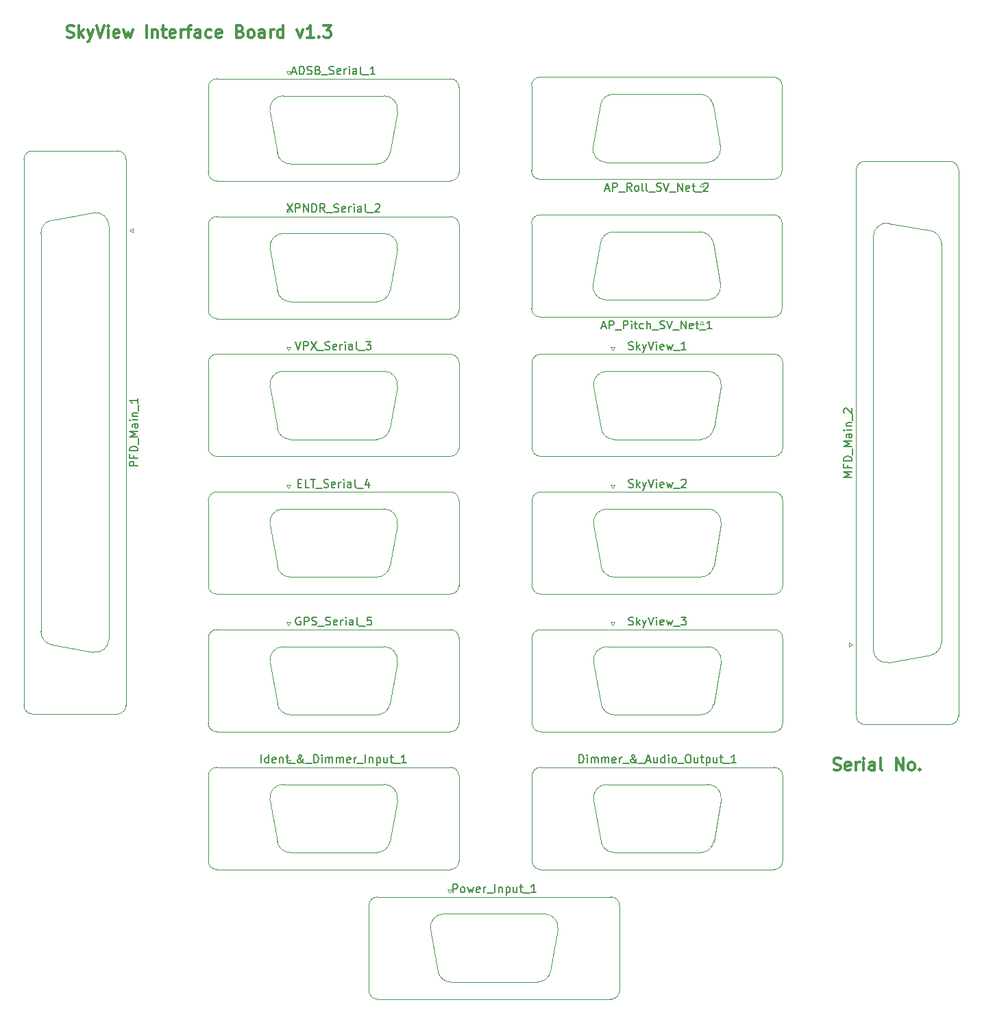
<source format=gbr>
%TF.GenerationSoftware,KiCad,Pcbnew,7.0.9*%
%TF.CreationDate,2023-12-30T13:25:45-08:00*%
%TF.ProjectId,Interconnect Board,496e7465-7263-46f6-9e6e-65637420426f,v1.3*%
%TF.SameCoordinates,Original*%
%TF.FileFunction,Legend,Top*%
%TF.FilePolarity,Positive*%
%FSLAX46Y46*%
G04 Gerber Fmt 4.6, Leading zero omitted, Abs format (unit mm)*
G04 Created by KiCad (PCBNEW 7.0.9) date 2023-12-30 13:25:45*
%MOMM*%
%LPD*%
G01*
G04 APERTURE LIST*
%ADD10C,0.300000*%
%ADD11C,0.150000*%
%ADD12C,0.120000*%
G04 APERTURE END LIST*
D10*
X208903177Y-107062549D02*
X209117463Y-107133977D01*
X209117463Y-107133977D02*
X209474605Y-107133977D01*
X209474605Y-107133977D02*
X209617463Y-107062549D01*
X209617463Y-107062549D02*
X209688891Y-106991120D01*
X209688891Y-106991120D02*
X209760320Y-106848263D01*
X209760320Y-106848263D02*
X209760320Y-106705406D01*
X209760320Y-106705406D02*
X209688891Y-106562549D01*
X209688891Y-106562549D02*
X209617463Y-106491120D01*
X209617463Y-106491120D02*
X209474605Y-106419691D01*
X209474605Y-106419691D02*
X209188891Y-106348263D01*
X209188891Y-106348263D02*
X209046034Y-106276834D01*
X209046034Y-106276834D02*
X208974605Y-106205406D01*
X208974605Y-106205406D02*
X208903177Y-106062549D01*
X208903177Y-106062549D02*
X208903177Y-105919691D01*
X208903177Y-105919691D02*
X208974605Y-105776834D01*
X208974605Y-105776834D02*
X209046034Y-105705406D01*
X209046034Y-105705406D02*
X209188891Y-105633977D01*
X209188891Y-105633977D02*
X209546034Y-105633977D01*
X209546034Y-105633977D02*
X209760320Y-105705406D01*
X210974605Y-107062549D02*
X210831748Y-107133977D01*
X210831748Y-107133977D02*
X210546034Y-107133977D01*
X210546034Y-107133977D02*
X210403176Y-107062549D01*
X210403176Y-107062549D02*
X210331748Y-106919691D01*
X210331748Y-106919691D02*
X210331748Y-106348263D01*
X210331748Y-106348263D02*
X210403176Y-106205406D01*
X210403176Y-106205406D02*
X210546034Y-106133977D01*
X210546034Y-106133977D02*
X210831748Y-106133977D01*
X210831748Y-106133977D02*
X210974605Y-106205406D01*
X210974605Y-106205406D02*
X211046034Y-106348263D01*
X211046034Y-106348263D02*
X211046034Y-106491120D01*
X211046034Y-106491120D02*
X210331748Y-106633977D01*
X211688890Y-107133977D02*
X211688890Y-106133977D01*
X211688890Y-106419691D02*
X211760319Y-106276834D01*
X211760319Y-106276834D02*
X211831748Y-106205406D01*
X211831748Y-106205406D02*
X211974605Y-106133977D01*
X211974605Y-106133977D02*
X212117462Y-106133977D01*
X212617461Y-107133977D02*
X212617461Y-106133977D01*
X212617461Y-105633977D02*
X212546033Y-105705406D01*
X212546033Y-105705406D02*
X212617461Y-105776834D01*
X212617461Y-105776834D02*
X212688890Y-105705406D01*
X212688890Y-105705406D02*
X212617461Y-105633977D01*
X212617461Y-105633977D02*
X212617461Y-105776834D01*
X213974605Y-107133977D02*
X213974605Y-106348263D01*
X213974605Y-106348263D02*
X213903176Y-106205406D01*
X213903176Y-106205406D02*
X213760319Y-106133977D01*
X213760319Y-106133977D02*
X213474605Y-106133977D01*
X213474605Y-106133977D02*
X213331747Y-106205406D01*
X213974605Y-107062549D02*
X213831747Y-107133977D01*
X213831747Y-107133977D02*
X213474605Y-107133977D01*
X213474605Y-107133977D02*
X213331747Y-107062549D01*
X213331747Y-107062549D02*
X213260319Y-106919691D01*
X213260319Y-106919691D02*
X213260319Y-106776834D01*
X213260319Y-106776834D02*
X213331747Y-106633977D01*
X213331747Y-106633977D02*
X213474605Y-106562549D01*
X213474605Y-106562549D02*
X213831747Y-106562549D01*
X213831747Y-106562549D02*
X213974605Y-106491120D01*
X214903176Y-107133977D02*
X214760319Y-107062549D01*
X214760319Y-107062549D02*
X214688890Y-106919691D01*
X214688890Y-106919691D02*
X214688890Y-105633977D01*
X216617461Y-107133977D02*
X216617461Y-105633977D01*
X216617461Y-105633977D02*
X217474604Y-107133977D01*
X217474604Y-107133977D02*
X217474604Y-105633977D01*
X218403176Y-107133977D02*
X218260319Y-107062549D01*
X218260319Y-107062549D02*
X218188890Y-106991120D01*
X218188890Y-106991120D02*
X218117462Y-106848263D01*
X218117462Y-106848263D02*
X218117462Y-106419691D01*
X218117462Y-106419691D02*
X218188890Y-106276834D01*
X218188890Y-106276834D02*
X218260319Y-106205406D01*
X218260319Y-106205406D02*
X218403176Y-106133977D01*
X218403176Y-106133977D02*
X218617462Y-106133977D01*
X218617462Y-106133977D02*
X218760319Y-106205406D01*
X218760319Y-106205406D02*
X218831748Y-106276834D01*
X218831748Y-106276834D02*
X218903176Y-106419691D01*
X218903176Y-106419691D02*
X218903176Y-106848263D01*
X218903176Y-106848263D02*
X218831748Y-106991120D01*
X218831748Y-106991120D02*
X218760319Y-107062549D01*
X218760319Y-107062549D02*
X218617462Y-107133977D01*
X218617462Y-107133977D02*
X218403176Y-107133977D01*
X219546033Y-106991120D02*
X219617462Y-107062549D01*
X219617462Y-107062549D02*
X219546033Y-107133977D01*
X219546033Y-107133977D02*
X219474605Y-107062549D01*
X219474605Y-107062549D02*
X219546033Y-106991120D01*
X219546033Y-106991120D02*
X219546033Y-107133977D01*
X114161177Y-16638549D02*
X114375463Y-16709977D01*
X114375463Y-16709977D02*
X114732605Y-16709977D01*
X114732605Y-16709977D02*
X114875463Y-16638549D01*
X114875463Y-16638549D02*
X114946891Y-16567120D01*
X114946891Y-16567120D02*
X115018320Y-16424263D01*
X115018320Y-16424263D02*
X115018320Y-16281406D01*
X115018320Y-16281406D02*
X114946891Y-16138549D01*
X114946891Y-16138549D02*
X114875463Y-16067120D01*
X114875463Y-16067120D02*
X114732605Y-15995691D01*
X114732605Y-15995691D02*
X114446891Y-15924263D01*
X114446891Y-15924263D02*
X114304034Y-15852834D01*
X114304034Y-15852834D02*
X114232605Y-15781406D01*
X114232605Y-15781406D02*
X114161177Y-15638549D01*
X114161177Y-15638549D02*
X114161177Y-15495691D01*
X114161177Y-15495691D02*
X114232605Y-15352834D01*
X114232605Y-15352834D02*
X114304034Y-15281406D01*
X114304034Y-15281406D02*
X114446891Y-15209977D01*
X114446891Y-15209977D02*
X114804034Y-15209977D01*
X114804034Y-15209977D02*
X115018320Y-15281406D01*
X115661176Y-16709977D02*
X115661176Y-15209977D01*
X115804034Y-16138549D02*
X116232605Y-16709977D01*
X116232605Y-15709977D02*
X115661176Y-16281406D01*
X116732605Y-15709977D02*
X117089748Y-16709977D01*
X117446891Y-15709977D02*
X117089748Y-16709977D01*
X117089748Y-16709977D02*
X116946891Y-17067120D01*
X116946891Y-17067120D02*
X116875462Y-17138549D01*
X116875462Y-17138549D02*
X116732605Y-17209977D01*
X117804034Y-15209977D02*
X118304034Y-16709977D01*
X118304034Y-16709977D02*
X118804034Y-15209977D01*
X119304033Y-16709977D02*
X119304033Y-15709977D01*
X119304033Y-15209977D02*
X119232605Y-15281406D01*
X119232605Y-15281406D02*
X119304033Y-15352834D01*
X119304033Y-15352834D02*
X119375462Y-15281406D01*
X119375462Y-15281406D02*
X119304033Y-15209977D01*
X119304033Y-15209977D02*
X119304033Y-15352834D01*
X120589748Y-16638549D02*
X120446891Y-16709977D01*
X120446891Y-16709977D02*
X120161177Y-16709977D01*
X120161177Y-16709977D02*
X120018319Y-16638549D01*
X120018319Y-16638549D02*
X119946891Y-16495691D01*
X119946891Y-16495691D02*
X119946891Y-15924263D01*
X119946891Y-15924263D02*
X120018319Y-15781406D01*
X120018319Y-15781406D02*
X120161177Y-15709977D01*
X120161177Y-15709977D02*
X120446891Y-15709977D01*
X120446891Y-15709977D02*
X120589748Y-15781406D01*
X120589748Y-15781406D02*
X120661177Y-15924263D01*
X120661177Y-15924263D02*
X120661177Y-16067120D01*
X120661177Y-16067120D02*
X119946891Y-16209977D01*
X121161176Y-15709977D02*
X121446891Y-16709977D01*
X121446891Y-16709977D02*
X121732605Y-15995691D01*
X121732605Y-15995691D02*
X122018319Y-16709977D01*
X122018319Y-16709977D02*
X122304033Y-15709977D01*
X124018319Y-16709977D02*
X124018319Y-15209977D01*
X124732605Y-15709977D02*
X124732605Y-16709977D01*
X124732605Y-15852834D02*
X124804034Y-15781406D01*
X124804034Y-15781406D02*
X124946891Y-15709977D01*
X124946891Y-15709977D02*
X125161177Y-15709977D01*
X125161177Y-15709977D02*
X125304034Y-15781406D01*
X125304034Y-15781406D02*
X125375463Y-15924263D01*
X125375463Y-15924263D02*
X125375463Y-16709977D01*
X125875463Y-15709977D02*
X126446891Y-15709977D01*
X126089748Y-15209977D02*
X126089748Y-16495691D01*
X126089748Y-16495691D02*
X126161177Y-16638549D01*
X126161177Y-16638549D02*
X126304034Y-16709977D01*
X126304034Y-16709977D02*
X126446891Y-16709977D01*
X127518320Y-16638549D02*
X127375463Y-16709977D01*
X127375463Y-16709977D02*
X127089749Y-16709977D01*
X127089749Y-16709977D02*
X126946891Y-16638549D01*
X126946891Y-16638549D02*
X126875463Y-16495691D01*
X126875463Y-16495691D02*
X126875463Y-15924263D01*
X126875463Y-15924263D02*
X126946891Y-15781406D01*
X126946891Y-15781406D02*
X127089749Y-15709977D01*
X127089749Y-15709977D02*
X127375463Y-15709977D01*
X127375463Y-15709977D02*
X127518320Y-15781406D01*
X127518320Y-15781406D02*
X127589749Y-15924263D01*
X127589749Y-15924263D02*
X127589749Y-16067120D01*
X127589749Y-16067120D02*
X126875463Y-16209977D01*
X128232605Y-16709977D02*
X128232605Y-15709977D01*
X128232605Y-15995691D02*
X128304034Y-15852834D01*
X128304034Y-15852834D02*
X128375463Y-15781406D01*
X128375463Y-15781406D02*
X128518320Y-15709977D01*
X128518320Y-15709977D02*
X128661177Y-15709977D01*
X128946891Y-15709977D02*
X129518319Y-15709977D01*
X129161176Y-16709977D02*
X129161176Y-15424263D01*
X129161176Y-15424263D02*
X129232605Y-15281406D01*
X129232605Y-15281406D02*
X129375462Y-15209977D01*
X129375462Y-15209977D02*
X129518319Y-15209977D01*
X130661177Y-16709977D02*
X130661177Y-15924263D01*
X130661177Y-15924263D02*
X130589748Y-15781406D01*
X130589748Y-15781406D02*
X130446891Y-15709977D01*
X130446891Y-15709977D02*
X130161177Y-15709977D01*
X130161177Y-15709977D02*
X130018319Y-15781406D01*
X130661177Y-16638549D02*
X130518319Y-16709977D01*
X130518319Y-16709977D02*
X130161177Y-16709977D01*
X130161177Y-16709977D02*
X130018319Y-16638549D01*
X130018319Y-16638549D02*
X129946891Y-16495691D01*
X129946891Y-16495691D02*
X129946891Y-16352834D01*
X129946891Y-16352834D02*
X130018319Y-16209977D01*
X130018319Y-16209977D02*
X130161177Y-16138549D01*
X130161177Y-16138549D02*
X130518319Y-16138549D01*
X130518319Y-16138549D02*
X130661177Y-16067120D01*
X132018320Y-16638549D02*
X131875462Y-16709977D01*
X131875462Y-16709977D02*
X131589748Y-16709977D01*
X131589748Y-16709977D02*
X131446891Y-16638549D01*
X131446891Y-16638549D02*
X131375462Y-16567120D01*
X131375462Y-16567120D02*
X131304034Y-16424263D01*
X131304034Y-16424263D02*
X131304034Y-15995691D01*
X131304034Y-15995691D02*
X131375462Y-15852834D01*
X131375462Y-15852834D02*
X131446891Y-15781406D01*
X131446891Y-15781406D02*
X131589748Y-15709977D01*
X131589748Y-15709977D02*
X131875462Y-15709977D01*
X131875462Y-15709977D02*
X132018320Y-15781406D01*
X133232605Y-16638549D02*
X133089748Y-16709977D01*
X133089748Y-16709977D02*
X132804034Y-16709977D01*
X132804034Y-16709977D02*
X132661176Y-16638549D01*
X132661176Y-16638549D02*
X132589748Y-16495691D01*
X132589748Y-16495691D02*
X132589748Y-15924263D01*
X132589748Y-15924263D02*
X132661176Y-15781406D01*
X132661176Y-15781406D02*
X132804034Y-15709977D01*
X132804034Y-15709977D02*
X133089748Y-15709977D01*
X133089748Y-15709977D02*
X133232605Y-15781406D01*
X133232605Y-15781406D02*
X133304034Y-15924263D01*
X133304034Y-15924263D02*
X133304034Y-16067120D01*
X133304034Y-16067120D02*
X132589748Y-16209977D01*
X135589747Y-15924263D02*
X135804033Y-15995691D01*
X135804033Y-15995691D02*
X135875462Y-16067120D01*
X135875462Y-16067120D02*
X135946890Y-16209977D01*
X135946890Y-16209977D02*
X135946890Y-16424263D01*
X135946890Y-16424263D02*
X135875462Y-16567120D01*
X135875462Y-16567120D02*
X135804033Y-16638549D01*
X135804033Y-16638549D02*
X135661176Y-16709977D01*
X135661176Y-16709977D02*
X135089747Y-16709977D01*
X135089747Y-16709977D02*
X135089747Y-15209977D01*
X135089747Y-15209977D02*
X135589747Y-15209977D01*
X135589747Y-15209977D02*
X135732605Y-15281406D01*
X135732605Y-15281406D02*
X135804033Y-15352834D01*
X135804033Y-15352834D02*
X135875462Y-15495691D01*
X135875462Y-15495691D02*
X135875462Y-15638549D01*
X135875462Y-15638549D02*
X135804033Y-15781406D01*
X135804033Y-15781406D02*
X135732605Y-15852834D01*
X135732605Y-15852834D02*
X135589747Y-15924263D01*
X135589747Y-15924263D02*
X135089747Y-15924263D01*
X136804033Y-16709977D02*
X136661176Y-16638549D01*
X136661176Y-16638549D02*
X136589747Y-16567120D01*
X136589747Y-16567120D02*
X136518319Y-16424263D01*
X136518319Y-16424263D02*
X136518319Y-15995691D01*
X136518319Y-15995691D02*
X136589747Y-15852834D01*
X136589747Y-15852834D02*
X136661176Y-15781406D01*
X136661176Y-15781406D02*
X136804033Y-15709977D01*
X136804033Y-15709977D02*
X137018319Y-15709977D01*
X137018319Y-15709977D02*
X137161176Y-15781406D01*
X137161176Y-15781406D02*
X137232605Y-15852834D01*
X137232605Y-15852834D02*
X137304033Y-15995691D01*
X137304033Y-15995691D02*
X137304033Y-16424263D01*
X137304033Y-16424263D02*
X137232605Y-16567120D01*
X137232605Y-16567120D02*
X137161176Y-16638549D01*
X137161176Y-16638549D02*
X137018319Y-16709977D01*
X137018319Y-16709977D02*
X136804033Y-16709977D01*
X138589748Y-16709977D02*
X138589748Y-15924263D01*
X138589748Y-15924263D02*
X138518319Y-15781406D01*
X138518319Y-15781406D02*
X138375462Y-15709977D01*
X138375462Y-15709977D02*
X138089748Y-15709977D01*
X138089748Y-15709977D02*
X137946890Y-15781406D01*
X138589748Y-16638549D02*
X138446890Y-16709977D01*
X138446890Y-16709977D02*
X138089748Y-16709977D01*
X138089748Y-16709977D02*
X137946890Y-16638549D01*
X137946890Y-16638549D02*
X137875462Y-16495691D01*
X137875462Y-16495691D02*
X137875462Y-16352834D01*
X137875462Y-16352834D02*
X137946890Y-16209977D01*
X137946890Y-16209977D02*
X138089748Y-16138549D01*
X138089748Y-16138549D02*
X138446890Y-16138549D01*
X138446890Y-16138549D02*
X138589748Y-16067120D01*
X139304033Y-16709977D02*
X139304033Y-15709977D01*
X139304033Y-15995691D02*
X139375462Y-15852834D01*
X139375462Y-15852834D02*
X139446891Y-15781406D01*
X139446891Y-15781406D02*
X139589748Y-15709977D01*
X139589748Y-15709977D02*
X139732605Y-15709977D01*
X140875462Y-16709977D02*
X140875462Y-15209977D01*
X140875462Y-16638549D02*
X140732604Y-16709977D01*
X140732604Y-16709977D02*
X140446890Y-16709977D01*
X140446890Y-16709977D02*
X140304033Y-16638549D01*
X140304033Y-16638549D02*
X140232604Y-16567120D01*
X140232604Y-16567120D02*
X140161176Y-16424263D01*
X140161176Y-16424263D02*
X140161176Y-15995691D01*
X140161176Y-15995691D02*
X140232604Y-15852834D01*
X140232604Y-15852834D02*
X140304033Y-15781406D01*
X140304033Y-15781406D02*
X140446890Y-15709977D01*
X140446890Y-15709977D02*
X140732604Y-15709977D01*
X140732604Y-15709977D02*
X140875462Y-15781406D01*
X142589747Y-15709977D02*
X142946890Y-16709977D01*
X142946890Y-16709977D02*
X143304033Y-15709977D01*
X144661176Y-16709977D02*
X143804033Y-16709977D01*
X144232604Y-16709977D02*
X144232604Y-15209977D01*
X144232604Y-15209977D02*
X144089747Y-15424263D01*
X144089747Y-15424263D02*
X143946890Y-15567120D01*
X143946890Y-15567120D02*
X143804033Y-15638549D01*
X145304032Y-16567120D02*
X145375461Y-16638549D01*
X145375461Y-16638549D02*
X145304032Y-16709977D01*
X145304032Y-16709977D02*
X145232604Y-16638549D01*
X145232604Y-16638549D02*
X145304032Y-16567120D01*
X145304032Y-16567120D02*
X145304032Y-16709977D01*
X145875461Y-15209977D02*
X146804033Y-15209977D01*
X146804033Y-15209977D02*
X146304033Y-15781406D01*
X146304033Y-15781406D02*
X146518318Y-15781406D01*
X146518318Y-15781406D02*
X146661176Y-15852834D01*
X146661176Y-15852834D02*
X146732604Y-15924263D01*
X146732604Y-15924263D02*
X146804033Y-16067120D01*
X146804033Y-16067120D02*
X146804033Y-16424263D01*
X146804033Y-16424263D02*
X146732604Y-16567120D01*
X146732604Y-16567120D02*
X146661176Y-16638549D01*
X146661176Y-16638549D02*
X146518318Y-16709977D01*
X146518318Y-16709977D02*
X146089747Y-16709977D01*
X146089747Y-16709977D02*
X145946890Y-16638549D01*
X145946890Y-16638549D02*
X145875461Y-16567120D01*
D11*
X141360095Y-37213919D02*
X142026761Y-38213919D01*
X142026761Y-37213919D02*
X141360095Y-38213919D01*
X142407714Y-38213919D02*
X142407714Y-37213919D01*
X142407714Y-37213919D02*
X142788666Y-37213919D01*
X142788666Y-37213919D02*
X142883904Y-37261538D01*
X142883904Y-37261538D02*
X142931523Y-37309157D01*
X142931523Y-37309157D02*
X142979142Y-37404395D01*
X142979142Y-37404395D02*
X142979142Y-37547252D01*
X142979142Y-37547252D02*
X142931523Y-37642490D01*
X142931523Y-37642490D02*
X142883904Y-37690109D01*
X142883904Y-37690109D02*
X142788666Y-37737728D01*
X142788666Y-37737728D02*
X142407714Y-37737728D01*
X143407714Y-38213919D02*
X143407714Y-37213919D01*
X143407714Y-37213919D02*
X143979142Y-38213919D01*
X143979142Y-38213919D02*
X143979142Y-37213919D01*
X144455333Y-38213919D02*
X144455333Y-37213919D01*
X144455333Y-37213919D02*
X144693428Y-37213919D01*
X144693428Y-37213919D02*
X144836285Y-37261538D01*
X144836285Y-37261538D02*
X144931523Y-37356776D01*
X144931523Y-37356776D02*
X144979142Y-37452014D01*
X144979142Y-37452014D02*
X145026761Y-37642490D01*
X145026761Y-37642490D02*
X145026761Y-37785347D01*
X145026761Y-37785347D02*
X144979142Y-37975823D01*
X144979142Y-37975823D02*
X144931523Y-38071061D01*
X144931523Y-38071061D02*
X144836285Y-38166300D01*
X144836285Y-38166300D02*
X144693428Y-38213919D01*
X144693428Y-38213919D02*
X144455333Y-38213919D01*
X146026761Y-38213919D02*
X145693428Y-37737728D01*
X145455333Y-38213919D02*
X145455333Y-37213919D01*
X145455333Y-37213919D02*
X145836285Y-37213919D01*
X145836285Y-37213919D02*
X145931523Y-37261538D01*
X145931523Y-37261538D02*
X145979142Y-37309157D01*
X145979142Y-37309157D02*
X146026761Y-37404395D01*
X146026761Y-37404395D02*
X146026761Y-37547252D01*
X146026761Y-37547252D02*
X145979142Y-37642490D01*
X145979142Y-37642490D02*
X145931523Y-37690109D01*
X145931523Y-37690109D02*
X145836285Y-37737728D01*
X145836285Y-37737728D02*
X145455333Y-37737728D01*
X146217238Y-38309157D02*
X146979142Y-38309157D01*
X147169619Y-38166300D02*
X147312476Y-38213919D01*
X147312476Y-38213919D02*
X147550571Y-38213919D01*
X147550571Y-38213919D02*
X147645809Y-38166300D01*
X147645809Y-38166300D02*
X147693428Y-38118680D01*
X147693428Y-38118680D02*
X147741047Y-38023442D01*
X147741047Y-38023442D02*
X147741047Y-37928204D01*
X147741047Y-37928204D02*
X147693428Y-37832966D01*
X147693428Y-37832966D02*
X147645809Y-37785347D01*
X147645809Y-37785347D02*
X147550571Y-37737728D01*
X147550571Y-37737728D02*
X147360095Y-37690109D01*
X147360095Y-37690109D02*
X147264857Y-37642490D01*
X147264857Y-37642490D02*
X147217238Y-37594871D01*
X147217238Y-37594871D02*
X147169619Y-37499633D01*
X147169619Y-37499633D02*
X147169619Y-37404395D01*
X147169619Y-37404395D02*
X147217238Y-37309157D01*
X147217238Y-37309157D02*
X147264857Y-37261538D01*
X147264857Y-37261538D02*
X147360095Y-37213919D01*
X147360095Y-37213919D02*
X147598190Y-37213919D01*
X147598190Y-37213919D02*
X147741047Y-37261538D01*
X148550571Y-38166300D02*
X148455333Y-38213919D01*
X148455333Y-38213919D02*
X148264857Y-38213919D01*
X148264857Y-38213919D02*
X148169619Y-38166300D01*
X148169619Y-38166300D02*
X148122000Y-38071061D01*
X148122000Y-38071061D02*
X148122000Y-37690109D01*
X148122000Y-37690109D02*
X148169619Y-37594871D01*
X148169619Y-37594871D02*
X148264857Y-37547252D01*
X148264857Y-37547252D02*
X148455333Y-37547252D01*
X148455333Y-37547252D02*
X148550571Y-37594871D01*
X148550571Y-37594871D02*
X148598190Y-37690109D01*
X148598190Y-37690109D02*
X148598190Y-37785347D01*
X148598190Y-37785347D02*
X148122000Y-37880585D01*
X149026762Y-38213919D02*
X149026762Y-37547252D01*
X149026762Y-37737728D02*
X149074381Y-37642490D01*
X149074381Y-37642490D02*
X149122000Y-37594871D01*
X149122000Y-37594871D02*
X149217238Y-37547252D01*
X149217238Y-37547252D02*
X149312476Y-37547252D01*
X149645810Y-38213919D02*
X149645810Y-37547252D01*
X149645810Y-37213919D02*
X149598191Y-37261538D01*
X149598191Y-37261538D02*
X149645810Y-37309157D01*
X149645810Y-37309157D02*
X149693429Y-37261538D01*
X149693429Y-37261538D02*
X149645810Y-37213919D01*
X149645810Y-37213919D02*
X149645810Y-37309157D01*
X150550571Y-38213919D02*
X150550571Y-37690109D01*
X150550571Y-37690109D02*
X150502952Y-37594871D01*
X150502952Y-37594871D02*
X150407714Y-37547252D01*
X150407714Y-37547252D02*
X150217238Y-37547252D01*
X150217238Y-37547252D02*
X150122000Y-37594871D01*
X150550571Y-38166300D02*
X150455333Y-38213919D01*
X150455333Y-38213919D02*
X150217238Y-38213919D01*
X150217238Y-38213919D02*
X150122000Y-38166300D01*
X150122000Y-38166300D02*
X150074381Y-38071061D01*
X150074381Y-38071061D02*
X150074381Y-37975823D01*
X150074381Y-37975823D02*
X150122000Y-37880585D01*
X150122000Y-37880585D02*
X150217238Y-37832966D01*
X150217238Y-37832966D02*
X150455333Y-37832966D01*
X150455333Y-37832966D02*
X150550571Y-37785347D01*
X151169619Y-38213919D02*
X151074381Y-38166300D01*
X151074381Y-38166300D02*
X151026762Y-38071061D01*
X151026762Y-38071061D02*
X151026762Y-37213919D01*
X151312477Y-38309157D02*
X152074381Y-38309157D01*
X152264858Y-37309157D02*
X152312477Y-37261538D01*
X152312477Y-37261538D02*
X152407715Y-37213919D01*
X152407715Y-37213919D02*
X152645810Y-37213919D01*
X152645810Y-37213919D02*
X152741048Y-37261538D01*
X152741048Y-37261538D02*
X152788667Y-37309157D01*
X152788667Y-37309157D02*
X152836286Y-37404395D01*
X152836286Y-37404395D02*
X152836286Y-37499633D01*
X152836286Y-37499633D02*
X152788667Y-37642490D01*
X152788667Y-37642490D02*
X152217239Y-38213919D01*
X152217239Y-38213919D02*
X152836286Y-38213919D01*
X142407714Y-54213919D02*
X142741047Y-55213919D01*
X142741047Y-55213919D02*
X143074380Y-54213919D01*
X143407714Y-55213919D02*
X143407714Y-54213919D01*
X143407714Y-54213919D02*
X143788666Y-54213919D01*
X143788666Y-54213919D02*
X143883904Y-54261538D01*
X143883904Y-54261538D02*
X143931523Y-54309157D01*
X143931523Y-54309157D02*
X143979142Y-54404395D01*
X143979142Y-54404395D02*
X143979142Y-54547252D01*
X143979142Y-54547252D02*
X143931523Y-54642490D01*
X143931523Y-54642490D02*
X143883904Y-54690109D01*
X143883904Y-54690109D02*
X143788666Y-54737728D01*
X143788666Y-54737728D02*
X143407714Y-54737728D01*
X144312476Y-54213919D02*
X144979142Y-55213919D01*
X144979142Y-54213919D02*
X144312476Y-55213919D01*
X145122000Y-55309157D02*
X145883904Y-55309157D01*
X146074381Y-55166300D02*
X146217238Y-55213919D01*
X146217238Y-55213919D02*
X146455333Y-55213919D01*
X146455333Y-55213919D02*
X146550571Y-55166300D01*
X146550571Y-55166300D02*
X146598190Y-55118680D01*
X146598190Y-55118680D02*
X146645809Y-55023442D01*
X146645809Y-55023442D02*
X146645809Y-54928204D01*
X146645809Y-54928204D02*
X146598190Y-54832966D01*
X146598190Y-54832966D02*
X146550571Y-54785347D01*
X146550571Y-54785347D02*
X146455333Y-54737728D01*
X146455333Y-54737728D02*
X146264857Y-54690109D01*
X146264857Y-54690109D02*
X146169619Y-54642490D01*
X146169619Y-54642490D02*
X146122000Y-54594871D01*
X146122000Y-54594871D02*
X146074381Y-54499633D01*
X146074381Y-54499633D02*
X146074381Y-54404395D01*
X146074381Y-54404395D02*
X146122000Y-54309157D01*
X146122000Y-54309157D02*
X146169619Y-54261538D01*
X146169619Y-54261538D02*
X146264857Y-54213919D01*
X146264857Y-54213919D02*
X146502952Y-54213919D01*
X146502952Y-54213919D02*
X146645809Y-54261538D01*
X147455333Y-55166300D02*
X147360095Y-55213919D01*
X147360095Y-55213919D02*
X147169619Y-55213919D01*
X147169619Y-55213919D02*
X147074381Y-55166300D01*
X147074381Y-55166300D02*
X147026762Y-55071061D01*
X147026762Y-55071061D02*
X147026762Y-54690109D01*
X147026762Y-54690109D02*
X147074381Y-54594871D01*
X147074381Y-54594871D02*
X147169619Y-54547252D01*
X147169619Y-54547252D02*
X147360095Y-54547252D01*
X147360095Y-54547252D02*
X147455333Y-54594871D01*
X147455333Y-54594871D02*
X147502952Y-54690109D01*
X147502952Y-54690109D02*
X147502952Y-54785347D01*
X147502952Y-54785347D02*
X147026762Y-54880585D01*
X147931524Y-55213919D02*
X147931524Y-54547252D01*
X147931524Y-54737728D02*
X147979143Y-54642490D01*
X147979143Y-54642490D02*
X148026762Y-54594871D01*
X148026762Y-54594871D02*
X148122000Y-54547252D01*
X148122000Y-54547252D02*
X148217238Y-54547252D01*
X148550572Y-55213919D02*
X148550572Y-54547252D01*
X148550572Y-54213919D02*
X148502953Y-54261538D01*
X148502953Y-54261538D02*
X148550572Y-54309157D01*
X148550572Y-54309157D02*
X148598191Y-54261538D01*
X148598191Y-54261538D02*
X148550572Y-54213919D01*
X148550572Y-54213919D02*
X148550572Y-54309157D01*
X149455333Y-55213919D02*
X149455333Y-54690109D01*
X149455333Y-54690109D02*
X149407714Y-54594871D01*
X149407714Y-54594871D02*
X149312476Y-54547252D01*
X149312476Y-54547252D02*
X149122000Y-54547252D01*
X149122000Y-54547252D02*
X149026762Y-54594871D01*
X149455333Y-55166300D02*
X149360095Y-55213919D01*
X149360095Y-55213919D02*
X149122000Y-55213919D01*
X149122000Y-55213919D02*
X149026762Y-55166300D01*
X149026762Y-55166300D02*
X148979143Y-55071061D01*
X148979143Y-55071061D02*
X148979143Y-54975823D01*
X148979143Y-54975823D02*
X149026762Y-54880585D01*
X149026762Y-54880585D02*
X149122000Y-54832966D01*
X149122000Y-54832966D02*
X149360095Y-54832966D01*
X149360095Y-54832966D02*
X149455333Y-54785347D01*
X150074381Y-55213919D02*
X149979143Y-55166300D01*
X149979143Y-55166300D02*
X149931524Y-55071061D01*
X149931524Y-55071061D02*
X149931524Y-54213919D01*
X150217239Y-55309157D02*
X150979143Y-55309157D01*
X151122001Y-54213919D02*
X151741048Y-54213919D01*
X151741048Y-54213919D02*
X151407715Y-54594871D01*
X151407715Y-54594871D02*
X151550572Y-54594871D01*
X151550572Y-54594871D02*
X151645810Y-54642490D01*
X151645810Y-54642490D02*
X151693429Y-54690109D01*
X151693429Y-54690109D02*
X151741048Y-54785347D01*
X151741048Y-54785347D02*
X151741048Y-55023442D01*
X151741048Y-55023442D02*
X151693429Y-55118680D01*
X151693429Y-55118680D02*
X151645810Y-55166300D01*
X151645810Y-55166300D02*
X151550572Y-55213919D01*
X151550572Y-55213919D02*
X151264858Y-55213919D01*
X151264858Y-55213919D02*
X151169620Y-55166300D01*
X151169620Y-55166300D02*
X151122001Y-55118680D01*
X183574381Y-89166300D02*
X183717238Y-89213919D01*
X183717238Y-89213919D02*
X183955333Y-89213919D01*
X183955333Y-89213919D02*
X184050571Y-89166300D01*
X184050571Y-89166300D02*
X184098190Y-89118680D01*
X184098190Y-89118680D02*
X184145809Y-89023442D01*
X184145809Y-89023442D02*
X184145809Y-88928204D01*
X184145809Y-88928204D02*
X184098190Y-88832966D01*
X184098190Y-88832966D02*
X184050571Y-88785347D01*
X184050571Y-88785347D02*
X183955333Y-88737728D01*
X183955333Y-88737728D02*
X183764857Y-88690109D01*
X183764857Y-88690109D02*
X183669619Y-88642490D01*
X183669619Y-88642490D02*
X183622000Y-88594871D01*
X183622000Y-88594871D02*
X183574381Y-88499633D01*
X183574381Y-88499633D02*
X183574381Y-88404395D01*
X183574381Y-88404395D02*
X183622000Y-88309157D01*
X183622000Y-88309157D02*
X183669619Y-88261538D01*
X183669619Y-88261538D02*
X183764857Y-88213919D01*
X183764857Y-88213919D02*
X184002952Y-88213919D01*
X184002952Y-88213919D02*
X184145809Y-88261538D01*
X184574381Y-89213919D02*
X184574381Y-88213919D01*
X184669619Y-88832966D02*
X184955333Y-89213919D01*
X184955333Y-88547252D02*
X184574381Y-88928204D01*
X185288667Y-88547252D02*
X185526762Y-89213919D01*
X185764857Y-88547252D02*
X185526762Y-89213919D01*
X185526762Y-89213919D02*
X185431524Y-89452014D01*
X185431524Y-89452014D02*
X185383905Y-89499633D01*
X185383905Y-89499633D02*
X185288667Y-89547252D01*
X186002953Y-88213919D02*
X186336286Y-89213919D01*
X186336286Y-89213919D02*
X186669619Y-88213919D01*
X187002953Y-89213919D02*
X187002953Y-88547252D01*
X187002953Y-88213919D02*
X186955334Y-88261538D01*
X186955334Y-88261538D02*
X187002953Y-88309157D01*
X187002953Y-88309157D02*
X187050572Y-88261538D01*
X187050572Y-88261538D02*
X187002953Y-88213919D01*
X187002953Y-88213919D02*
X187002953Y-88309157D01*
X187860095Y-89166300D02*
X187764857Y-89213919D01*
X187764857Y-89213919D02*
X187574381Y-89213919D01*
X187574381Y-89213919D02*
X187479143Y-89166300D01*
X187479143Y-89166300D02*
X187431524Y-89071061D01*
X187431524Y-89071061D02*
X187431524Y-88690109D01*
X187431524Y-88690109D02*
X187479143Y-88594871D01*
X187479143Y-88594871D02*
X187574381Y-88547252D01*
X187574381Y-88547252D02*
X187764857Y-88547252D01*
X187764857Y-88547252D02*
X187860095Y-88594871D01*
X187860095Y-88594871D02*
X187907714Y-88690109D01*
X187907714Y-88690109D02*
X187907714Y-88785347D01*
X187907714Y-88785347D02*
X187431524Y-88880585D01*
X188241048Y-88547252D02*
X188431524Y-89213919D01*
X188431524Y-89213919D02*
X188622000Y-88737728D01*
X188622000Y-88737728D02*
X188812476Y-89213919D01*
X188812476Y-89213919D02*
X189002952Y-88547252D01*
X189145810Y-89309157D02*
X189907714Y-89309157D01*
X190050572Y-88213919D02*
X190669619Y-88213919D01*
X190669619Y-88213919D02*
X190336286Y-88594871D01*
X190336286Y-88594871D02*
X190479143Y-88594871D01*
X190479143Y-88594871D02*
X190574381Y-88642490D01*
X190574381Y-88642490D02*
X190622000Y-88690109D01*
X190622000Y-88690109D02*
X190669619Y-88785347D01*
X190669619Y-88785347D02*
X190669619Y-89023442D01*
X190669619Y-89023442D02*
X190622000Y-89118680D01*
X190622000Y-89118680D02*
X190574381Y-89166300D01*
X190574381Y-89166300D02*
X190479143Y-89213919D01*
X190479143Y-89213919D02*
X190193429Y-89213919D01*
X190193429Y-89213919D02*
X190098191Y-89166300D01*
X190098191Y-89166300D02*
X190050572Y-89118680D01*
X183574381Y-72166300D02*
X183717238Y-72213919D01*
X183717238Y-72213919D02*
X183955333Y-72213919D01*
X183955333Y-72213919D02*
X184050571Y-72166300D01*
X184050571Y-72166300D02*
X184098190Y-72118680D01*
X184098190Y-72118680D02*
X184145809Y-72023442D01*
X184145809Y-72023442D02*
X184145809Y-71928204D01*
X184145809Y-71928204D02*
X184098190Y-71832966D01*
X184098190Y-71832966D02*
X184050571Y-71785347D01*
X184050571Y-71785347D02*
X183955333Y-71737728D01*
X183955333Y-71737728D02*
X183764857Y-71690109D01*
X183764857Y-71690109D02*
X183669619Y-71642490D01*
X183669619Y-71642490D02*
X183622000Y-71594871D01*
X183622000Y-71594871D02*
X183574381Y-71499633D01*
X183574381Y-71499633D02*
X183574381Y-71404395D01*
X183574381Y-71404395D02*
X183622000Y-71309157D01*
X183622000Y-71309157D02*
X183669619Y-71261538D01*
X183669619Y-71261538D02*
X183764857Y-71213919D01*
X183764857Y-71213919D02*
X184002952Y-71213919D01*
X184002952Y-71213919D02*
X184145809Y-71261538D01*
X184574381Y-72213919D02*
X184574381Y-71213919D01*
X184669619Y-71832966D02*
X184955333Y-72213919D01*
X184955333Y-71547252D02*
X184574381Y-71928204D01*
X185288667Y-71547252D02*
X185526762Y-72213919D01*
X185764857Y-71547252D02*
X185526762Y-72213919D01*
X185526762Y-72213919D02*
X185431524Y-72452014D01*
X185431524Y-72452014D02*
X185383905Y-72499633D01*
X185383905Y-72499633D02*
X185288667Y-72547252D01*
X186002953Y-71213919D02*
X186336286Y-72213919D01*
X186336286Y-72213919D02*
X186669619Y-71213919D01*
X187002953Y-72213919D02*
X187002953Y-71547252D01*
X187002953Y-71213919D02*
X186955334Y-71261538D01*
X186955334Y-71261538D02*
X187002953Y-71309157D01*
X187002953Y-71309157D02*
X187050572Y-71261538D01*
X187050572Y-71261538D02*
X187002953Y-71213919D01*
X187002953Y-71213919D02*
X187002953Y-71309157D01*
X187860095Y-72166300D02*
X187764857Y-72213919D01*
X187764857Y-72213919D02*
X187574381Y-72213919D01*
X187574381Y-72213919D02*
X187479143Y-72166300D01*
X187479143Y-72166300D02*
X187431524Y-72071061D01*
X187431524Y-72071061D02*
X187431524Y-71690109D01*
X187431524Y-71690109D02*
X187479143Y-71594871D01*
X187479143Y-71594871D02*
X187574381Y-71547252D01*
X187574381Y-71547252D02*
X187764857Y-71547252D01*
X187764857Y-71547252D02*
X187860095Y-71594871D01*
X187860095Y-71594871D02*
X187907714Y-71690109D01*
X187907714Y-71690109D02*
X187907714Y-71785347D01*
X187907714Y-71785347D02*
X187431524Y-71880585D01*
X188241048Y-71547252D02*
X188431524Y-72213919D01*
X188431524Y-72213919D02*
X188622000Y-71737728D01*
X188622000Y-71737728D02*
X188812476Y-72213919D01*
X188812476Y-72213919D02*
X189002952Y-71547252D01*
X189145810Y-72309157D02*
X189907714Y-72309157D01*
X190098191Y-71309157D02*
X190145810Y-71261538D01*
X190145810Y-71261538D02*
X190241048Y-71213919D01*
X190241048Y-71213919D02*
X190479143Y-71213919D01*
X190479143Y-71213919D02*
X190574381Y-71261538D01*
X190574381Y-71261538D02*
X190622000Y-71309157D01*
X190622000Y-71309157D02*
X190669619Y-71404395D01*
X190669619Y-71404395D02*
X190669619Y-71499633D01*
X190669619Y-71499633D02*
X190622000Y-71642490D01*
X190622000Y-71642490D02*
X190050572Y-72213919D01*
X190050572Y-72213919D02*
X190669619Y-72213919D01*
X183574381Y-55166300D02*
X183717238Y-55213919D01*
X183717238Y-55213919D02*
X183955333Y-55213919D01*
X183955333Y-55213919D02*
X184050571Y-55166300D01*
X184050571Y-55166300D02*
X184098190Y-55118680D01*
X184098190Y-55118680D02*
X184145809Y-55023442D01*
X184145809Y-55023442D02*
X184145809Y-54928204D01*
X184145809Y-54928204D02*
X184098190Y-54832966D01*
X184098190Y-54832966D02*
X184050571Y-54785347D01*
X184050571Y-54785347D02*
X183955333Y-54737728D01*
X183955333Y-54737728D02*
X183764857Y-54690109D01*
X183764857Y-54690109D02*
X183669619Y-54642490D01*
X183669619Y-54642490D02*
X183622000Y-54594871D01*
X183622000Y-54594871D02*
X183574381Y-54499633D01*
X183574381Y-54499633D02*
X183574381Y-54404395D01*
X183574381Y-54404395D02*
X183622000Y-54309157D01*
X183622000Y-54309157D02*
X183669619Y-54261538D01*
X183669619Y-54261538D02*
X183764857Y-54213919D01*
X183764857Y-54213919D02*
X184002952Y-54213919D01*
X184002952Y-54213919D02*
X184145809Y-54261538D01*
X184574381Y-55213919D02*
X184574381Y-54213919D01*
X184669619Y-54832966D02*
X184955333Y-55213919D01*
X184955333Y-54547252D02*
X184574381Y-54928204D01*
X185288667Y-54547252D02*
X185526762Y-55213919D01*
X185764857Y-54547252D02*
X185526762Y-55213919D01*
X185526762Y-55213919D02*
X185431524Y-55452014D01*
X185431524Y-55452014D02*
X185383905Y-55499633D01*
X185383905Y-55499633D02*
X185288667Y-55547252D01*
X186002953Y-54213919D02*
X186336286Y-55213919D01*
X186336286Y-55213919D02*
X186669619Y-54213919D01*
X187002953Y-55213919D02*
X187002953Y-54547252D01*
X187002953Y-54213919D02*
X186955334Y-54261538D01*
X186955334Y-54261538D02*
X187002953Y-54309157D01*
X187002953Y-54309157D02*
X187050572Y-54261538D01*
X187050572Y-54261538D02*
X187002953Y-54213919D01*
X187002953Y-54213919D02*
X187002953Y-54309157D01*
X187860095Y-55166300D02*
X187764857Y-55213919D01*
X187764857Y-55213919D02*
X187574381Y-55213919D01*
X187574381Y-55213919D02*
X187479143Y-55166300D01*
X187479143Y-55166300D02*
X187431524Y-55071061D01*
X187431524Y-55071061D02*
X187431524Y-54690109D01*
X187431524Y-54690109D02*
X187479143Y-54594871D01*
X187479143Y-54594871D02*
X187574381Y-54547252D01*
X187574381Y-54547252D02*
X187764857Y-54547252D01*
X187764857Y-54547252D02*
X187860095Y-54594871D01*
X187860095Y-54594871D02*
X187907714Y-54690109D01*
X187907714Y-54690109D02*
X187907714Y-54785347D01*
X187907714Y-54785347D02*
X187431524Y-54880585D01*
X188241048Y-54547252D02*
X188431524Y-55213919D01*
X188431524Y-55213919D02*
X188622000Y-54737728D01*
X188622000Y-54737728D02*
X188812476Y-55213919D01*
X188812476Y-55213919D02*
X189002952Y-54547252D01*
X189145810Y-55309157D02*
X189907714Y-55309157D01*
X190669619Y-55213919D02*
X190098191Y-55213919D01*
X190383905Y-55213919D02*
X190383905Y-54213919D01*
X190383905Y-54213919D02*
X190288667Y-54356776D01*
X190288667Y-54356776D02*
X190193429Y-54452014D01*
X190193429Y-54452014D02*
X190098191Y-54499633D01*
X161868861Y-122213919D02*
X161868861Y-121213919D01*
X161868861Y-121213919D02*
X162249813Y-121213919D01*
X162249813Y-121213919D02*
X162345051Y-121261538D01*
X162345051Y-121261538D02*
X162392670Y-121309157D01*
X162392670Y-121309157D02*
X162440289Y-121404395D01*
X162440289Y-121404395D02*
X162440289Y-121547252D01*
X162440289Y-121547252D02*
X162392670Y-121642490D01*
X162392670Y-121642490D02*
X162345051Y-121690109D01*
X162345051Y-121690109D02*
X162249813Y-121737728D01*
X162249813Y-121737728D02*
X161868861Y-121737728D01*
X163011718Y-122213919D02*
X162916480Y-122166300D01*
X162916480Y-122166300D02*
X162868861Y-122118680D01*
X162868861Y-122118680D02*
X162821242Y-122023442D01*
X162821242Y-122023442D02*
X162821242Y-121737728D01*
X162821242Y-121737728D02*
X162868861Y-121642490D01*
X162868861Y-121642490D02*
X162916480Y-121594871D01*
X162916480Y-121594871D02*
X163011718Y-121547252D01*
X163011718Y-121547252D02*
X163154575Y-121547252D01*
X163154575Y-121547252D02*
X163249813Y-121594871D01*
X163249813Y-121594871D02*
X163297432Y-121642490D01*
X163297432Y-121642490D02*
X163345051Y-121737728D01*
X163345051Y-121737728D02*
X163345051Y-122023442D01*
X163345051Y-122023442D02*
X163297432Y-122118680D01*
X163297432Y-122118680D02*
X163249813Y-122166300D01*
X163249813Y-122166300D02*
X163154575Y-122213919D01*
X163154575Y-122213919D02*
X163011718Y-122213919D01*
X163678385Y-121547252D02*
X163868861Y-122213919D01*
X163868861Y-122213919D02*
X164059337Y-121737728D01*
X164059337Y-121737728D02*
X164249813Y-122213919D01*
X164249813Y-122213919D02*
X164440289Y-121547252D01*
X165202194Y-122166300D02*
X165106956Y-122213919D01*
X165106956Y-122213919D02*
X164916480Y-122213919D01*
X164916480Y-122213919D02*
X164821242Y-122166300D01*
X164821242Y-122166300D02*
X164773623Y-122071061D01*
X164773623Y-122071061D02*
X164773623Y-121690109D01*
X164773623Y-121690109D02*
X164821242Y-121594871D01*
X164821242Y-121594871D02*
X164916480Y-121547252D01*
X164916480Y-121547252D02*
X165106956Y-121547252D01*
X165106956Y-121547252D02*
X165202194Y-121594871D01*
X165202194Y-121594871D02*
X165249813Y-121690109D01*
X165249813Y-121690109D02*
X165249813Y-121785347D01*
X165249813Y-121785347D02*
X164773623Y-121880585D01*
X165678385Y-122213919D02*
X165678385Y-121547252D01*
X165678385Y-121737728D02*
X165726004Y-121642490D01*
X165726004Y-121642490D02*
X165773623Y-121594871D01*
X165773623Y-121594871D02*
X165868861Y-121547252D01*
X165868861Y-121547252D02*
X165964099Y-121547252D01*
X166059338Y-122309157D02*
X166821242Y-122309157D01*
X167059338Y-122213919D02*
X167059338Y-121213919D01*
X167535528Y-121547252D02*
X167535528Y-122213919D01*
X167535528Y-121642490D02*
X167583147Y-121594871D01*
X167583147Y-121594871D02*
X167678385Y-121547252D01*
X167678385Y-121547252D02*
X167821242Y-121547252D01*
X167821242Y-121547252D02*
X167916480Y-121594871D01*
X167916480Y-121594871D02*
X167964099Y-121690109D01*
X167964099Y-121690109D02*
X167964099Y-122213919D01*
X168440290Y-121547252D02*
X168440290Y-122547252D01*
X168440290Y-121594871D02*
X168535528Y-121547252D01*
X168535528Y-121547252D02*
X168726004Y-121547252D01*
X168726004Y-121547252D02*
X168821242Y-121594871D01*
X168821242Y-121594871D02*
X168868861Y-121642490D01*
X168868861Y-121642490D02*
X168916480Y-121737728D01*
X168916480Y-121737728D02*
X168916480Y-122023442D01*
X168916480Y-122023442D02*
X168868861Y-122118680D01*
X168868861Y-122118680D02*
X168821242Y-122166300D01*
X168821242Y-122166300D02*
X168726004Y-122213919D01*
X168726004Y-122213919D02*
X168535528Y-122213919D01*
X168535528Y-122213919D02*
X168440290Y-122166300D01*
X169773623Y-121547252D02*
X169773623Y-122213919D01*
X169345052Y-121547252D02*
X169345052Y-122071061D01*
X169345052Y-122071061D02*
X169392671Y-122166300D01*
X169392671Y-122166300D02*
X169487909Y-122213919D01*
X169487909Y-122213919D02*
X169630766Y-122213919D01*
X169630766Y-122213919D02*
X169726004Y-122166300D01*
X169726004Y-122166300D02*
X169773623Y-122118680D01*
X170106957Y-121547252D02*
X170487909Y-121547252D01*
X170249814Y-121213919D02*
X170249814Y-122071061D01*
X170249814Y-122071061D02*
X170297433Y-122166300D01*
X170297433Y-122166300D02*
X170392671Y-122213919D01*
X170392671Y-122213919D02*
X170487909Y-122213919D01*
X170583148Y-122309157D02*
X171345052Y-122309157D01*
X172106957Y-122213919D02*
X171535529Y-122213919D01*
X171821243Y-122213919D02*
X171821243Y-121213919D01*
X171821243Y-121213919D02*
X171726005Y-121356776D01*
X171726005Y-121356776D02*
X171630767Y-121452014D01*
X171630767Y-121452014D02*
X171535529Y-121499633D01*
X138193428Y-106213919D02*
X138193428Y-105213919D01*
X139098189Y-106213919D02*
X139098189Y-105213919D01*
X139098189Y-106166300D02*
X139002951Y-106213919D01*
X139002951Y-106213919D02*
X138812475Y-106213919D01*
X138812475Y-106213919D02*
X138717237Y-106166300D01*
X138717237Y-106166300D02*
X138669618Y-106118680D01*
X138669618Y-106118680D02*
X138621999Y-106023442D01*
X138621999Y-106023442D02*
X138621999Y-105737728D01*
X138621999Y-105737728D02*
X138669618Y-105642490D01*
X138669618Y-105642490D02*
X138717237Y-105594871D01*
X138717237Y-105594871D02*
X138812475Y-105547252D01*
X138812475Y-105547252D02*
X139002951Y-105547252D01*
X139002951Y-105547252D02*
X139098189Y-105594871D01*
X139955332Y-106166300D02*
X139860094Y-106213919D01*
X139860094Y-106213919D02*
X139669618Y-106213919D01*
X139669618Y-106213919D02*
X139574380Y-106166300D01*
X139574380Y-106166300D02*
X139526761Y-106071061D01*
X139526761Y-106071061D02*
X139526761Y-105690109D01*
X139526761Y-105690109D02*
X139574380Y-105594871D01*
X139574380Y-105594871D02*
X139669618Y-105547252D01*
X139669618Y-105547252D02*
X139860094Y-105547252D01*
X139860094Y-105547252D02*
X139955332Y-105594871D01*
X139955332Y-105594871D02*
X140002951Y-105690109D01*
X140002951Y-105690109D02*
X140002951Y-105785347D01*
X140002951Y-105785347D02*
X139526761Y-105880585D01*
X140431523Y-105547252D02*
X140431523Y-106213919D01*
X140431523Y-105642490D02*
X140479142Y-105594871D01*
X140479142Y-105594871D02*
X140574380Y-105547252D01*
X140574380Y-105547252D02*
X140717237Y-105547252D01*
X140717237Y-105547252D02*
X140812475Y-105594871D01*
X140812475Y-105594871D02*
X140860094Y-105690109D01*
X140860094Y-105690109D02*
X140860094Y-106213919D01*
X141193428Y-105547252D02*
X141574380Y-105547252D01*
X141336285Y-105213919D02*
X141336285Y-106071061D01*
X141336285Y-106071061D02*
X141383904Y-106166300D01*
X141383904Y-106166300D02*
X141479142Y-106213919D01*
X141479142Y-106213919D02*
X141574380Y-106213919D01*
X141669619Y-106309157D02*
X142431523Y-106309157D01*
X143479143Y-106213919D02*
X143431524Y-106213919D01*
X143431524Y-106213919D02*
X143336285Y-106166300D01*
X143336285Y-106166300D02*
X143193428Y-106023442D01*
X143193428Y-106023442D02*
X142955333Y-105737728D01*
X142955333Y-105737728D02*
X142860095Y-105594871D01*
X142860095Y-105594871D02*
X142812476Y-105452014D01*
X142812476Y-105452014D02*
X142812476Y-105356776D01*
X142812476Y-105356776D02*
X142860095Y-105261538D01*
X142860095Y-105261538D02*
X142955333Y-105213919D01*
X142955333Y-105213919D02*
X143002952Y-105213919D01*
X143002952Y-105213919D02*
X143098190Y-105261538D01*
X143098190Y-105261538D02*
X143145809Y-105356776D01*
X143145809Y-105356776D02*
X143145809Y-105404395D01*
X143145809Y-105404395D02*
X143098190Y-105499633D01*
X143098190Y-105499633D02*
X143050571Y-105547252D01*
X143050571Y-105547252D02*
X142764857Y-105737728D01*
X142764857Y-105737728D02*
X142717238Y-105785347D01*
X142717238Y-105785347D02*
X142669619Y-105880585D01*
X142669619Y-105880585D02*
X142669619Y-106023442D01*
X142669619Y-106023442D02*
X142717238Y-106118680D01*
X142717238Y-106118680D02*
X142764857Y-106166300D01*
X142764857Y-106166300D02*
X142860095Y-106213919D01*
X142860095Y-106213919D02*
X143002952Y-106213919D01*
X143002952Y-106213919D02*
X143098190Y-106166300D01*
X143098190Y-106166300D02*
X143145809Y-106118680D01*
X143145809Y-106118680D02*
X143288666Y-105928204D01*
X143288666Y-105928204D02*
X143336285Y-105785347D01*
X143336285Y-105785347D02*
X143336285Y-105690109D01*
X143669619Y-106309157D02*
X144431523Y-106309157D01*
X144669619Y-106213919D02*
X144669619Y-105213919D01*
X144669619Y-105213919D02*
X144907714Y-105213919D01*
X144907714Y-105213919D02*
X145050571Y-105261538D01*
X145050571Y-105261538D02*
X145145809Y-105356776D01*
X145145809Y-105356776D02*
X145193428Y-105452014D01*
X145193428Y-105452014D02*
X145241047Y-105642490D01*
X145241047Y-105642490D02*
X145241047Y-105785347D01*
X145241047Y-105785347D02*
X145193428Y-105975823D01*
X145193428Y-105975823D02*
X145145809Y-106071061D01*
X145145809Y-106071061D02*
X145050571Y-106166300D01*
X145050571Y-106166300D02*
X144907714Y-106213919D01*
X144907714Y-106213919D02*
X144669619Y-106213919D01*
X145669619Y-106213919D02*
X145669619Y-105547252D01*
X145669619Y-105213919D02*
X145622000Y-105261538D01*
X145622000Y-105261538D02*
X145669619Y-105309157D01*
X145669619Y-105309157D02*
X145717238Y-105261538D01*
X145717238Y-105261538D02*
X145669619Y-105213919D01*
X145669619Y-105213919D02*
X145669619Y-105309157D01*
X146145809Y-106213919D02*
X146145809Y-105547252D01*
X146145809Y-105642490D02*
X146193428Y-105594871D01*
X146193428Y-105594871D02*
X146288666Y-105547252D01*
X146288666Y-105547252D02*
X146431523Y-105547252D01*
X146431523Y-105547252D02*
X146526761Y-105594871D01*
X146526761Y-105594871D02*
X146574380Y-105690109D01*
X146574380Y-105690109D02*
X146574380Y-106213919D01*
X146574380Y-105690109D02*
X146621999Y-105594871D01*
X146621999Y-105594871D02*
X146717237Y-105547252D01*
X146717237Y-105547252D02*
X146860094Y-105547252D01*
X146860094Y-105547252D02*
X146955333Y-105594871D01*
X146955333Y-105594871D02*
X147002952Y-105690109D01*
X147002952Y-105690109D02*
X147002952Y-106213919D01*
X147479142Y-106213919D02*
X147479142Y-105547252D01*
X147479142Y-105642490D02*
X147526761Y-105594871D01*
X147526761Y-105594871D02*
X147621999Y-105547252D01*
X147621999Y-105547252D02*
X147764856Y-105547252D01*
X147764856Y-105547252D02*
X147860094Y-105594871D01*
X147860094Y-105594871D02*
X147907713Y-105690109D01*
X147907713Y-105690109D02*
X147907713Y-106213919D01*
X147907713Y-105690109D02*
X147955332Y-105594871D01*
X147955332Y-105594871D02*
X148050570Y-105547252D01*
X148050570Y-105547252D02*
X148193427Y-105547252D01*
X148193427Y-105547252D02*
X148288666Y-105594871D01*
X148288666Y-105594871D02*
X148336285Y-105690109D01*
X148336285Y-105690109D02*
X148336285Y-106213919D01*
X149193427Y-106166300D02*
X149098189Y-106213919D01*
X149098189Y-106213919D02*
X148907713Y-106213919D01*
X148907713Y-106213919D02*
X148812475Y-106166300D01*
X148812475Y-106166300D02*
X148764856Y-106071061D01*
X148764856Y-106071061D02*
X148764856Y-105690109D01*
X148764856Y-105690109D02*
X148812475Y-105594871D01*
X148812475Y-105594871D02*
X148907713Y-105547252D01*
X148907713Y-105547252D02*
X149098189Y-105547252D01*
X149098189Y-105547252D02*
X149193427Y-105594871D01*
X149193427Y-105594871D02*
X149241046Y-105690109D01*
X149241046Y-105690109D02*
X149241046Y-105785347D01*
X149241046Y-105785347D02*
X148764856Y-105880585D01*
X149669618Y-106213919D02*
X149669618Y-105547252D01*
X149669618Y-105737728D02*
X149717237Y-105642490D01*
X149717237Y-105642490D02*
X149764856Y-105594871D01*
X149764856Y-105594871D02*
X149860094Y-105547252D01*
X149860094Y-105547252D02*
X149955332Y-105547252D01*
X150050571Y-106309157D02*
X150812475Y-106309157D01*
X151050571Y-106213919D02*
X151050571Y-105213919D01*
X151526761Y-105547252D02*
X151526761Y-106213919D01*
X151526761Y-105642490D02*
X151574380Y-105594871D01*
X151574380Y-105594871D02*
X151669618Y-105547252D01*
X151669618Y-105547252D02*
X151812475Y-105547252D01*
X151812475Y-105547252D02*
X151907713Y-105594871D01*
X151907713Y-105594871D02*
X151955332Y-105690109D01*
X151955332Y-105690109D02*
X151955332Y-106213919D01*
X152431523Y-105547252D02*
X152431523Y-106547252D01*
X152431523Y-105594871D02*
X152526761Y-105547252D01*
X152526761Y-105547252D02*
X152717237Y-105547252D01*
X152717237Y-105547252D02*
X152812475Y-105594871D01*
X152812475Y-105594871D02*
X152860094Y-105642490D01*
X152860094Y-105642490D02*
X152907713Y-105737728D01*
X152907713Y-105737728D02*
X152907713Y-106023442D01*
X152907713Y-106023442D02*
X152860094Y-106118680D01*
X152860094Y-106118680D02*
X152812475Y-106166300D01*
X152812475Y-106166300D02*
X152717237Y-106213919D01*
X152717237Y-106213919D02*
X152526761Y-106213919D01*
X152526761Y-106213919D02*
X152431523Y-106166300D01*
X153764856Y-105547252D02*
X153764856Y-106213919D01*
X153336285Y-105547252D02*
X153336285Y-106071061D01*
X153336285Y-106071061D02*
X153383904Y-106166300D01*
X153383904Y-106166300D02*
X153479142Y-106213919D01*
X153479142Y-106213919D02*
X153621999Y-106213919D01*
X153621999Y-106213919D02*
X153717237Y-106166300D01*
X153717237Y-106166300D02*
X153764856Y-106118680D01*
X154098190Y-105547252D02*
X154479142Y-105547252D01*
X154241047Y-105213919D02*
X154241047Y-106071061D01*
X154241047Y-106071061D02*
X154288666Y-106166300D01*
X154288666Y-106166300D02*
X154383904Y-106213919D01*
X154383904Y-106213919D02*
X154479142Y-106213919D01*
X154574381Y-106309157D02*
X155336285Y-106309157D01*
X156098190Y-106213919D02*
X155526762Y-106213919D01*
X155812476Y-106213919D02*
X155812476Y-105213919D01*
X155812476Y-105213919D02*
X155717238Y-105356776D01*
X155717238Y-105356776D02*
X155622000Y-105452014D01*
X155622000Y-105452014D02*
X155526762Y-105499633D01*
X143002951Y-88261538D02*
X142907713Y-88213919D01*
X142907713Y-88213919D02*
X142764856Y-88213919D01*
X142764856Y-88213919D02*
X142621999Y-88261538D01*
X142621999Y-88261538D02*
X142526761Y-88356776D01*
X142526761Y-88356776D02*
X142479142Y-88452014D01*
X142479142Y-88452014D02*
X142431523Y-88642490D01*
X142431523Y-88642490D02*
X142431523Y-88785347D01*
X142431523Y-88785347D02*
X142479142Y-88975823D01*
X142479142Y-88975823D02*
X142526761Y-89071061D01*
X142526761Y-89071061D02*
X142621999Y-89166300D01*
X142621999Y-89166300D02*
X142764856Y-89213919D01*
X142764856Y-89213919D02*
X142860094Y-89213919D01*
X142860094Y-89213919D02*
X143002951Y-89166300D01*
X143002951Y-89166300D02*
X143050570Y-89118680D01*
X143050570Y-89118680D02*
X143050570Y-88785347D01*
X143050570Y-88785347D02*
X142860094Y-88785347D01*
X143479142Y-89213919D02*
X143479142Y-88213919D01*
X143479142Y-88213919D02*
X143860094Y-88213919D01*
X143860094Y-88213919D02*
X143955332Y-88261538D01*
X143955332Y-88261538D02*
X144002951Y-88309157D01*
X144002951Y-88309157D02*
X144050570Y-88404395D01*
X144050570Y-88404395D02*
X144050570Y-88547252D01*
X144050570Y-88547252D02*
X144002951Y-88642490D01*
X144002951Y-88642490D02*
X143955332Y-88690109D01*
X143955332Y-88690109D02*
X143860094Y-88737728D01*
X143860094Y-88737728D02*
X143479142Y-88737728D01*
X144431523Y-89166300D02*
X144574380Y-89213919D01*
X144574380Y-89213919D02*
X144812475Y-89213919D01*
X144812475Y-89213919D02*
X144907713Y-89166300D01*
X144907713Y-89166300D02*
X144955332Y-89118680D01*
X144955332Y-89118680D02*
X145002951Y-89023442D01*
X145002951Y-89023442D02*
X145002951Y-88928204D01*
X145002951Y-88928204D02*
X144955332Y-88832966D01*
X144955332Y-88832966D02*
X144907713Y-88785347D01*
X144907713Y-88785347D02*
X144812475Y-88737728D01*
X144812475Y-88737728D02*
X144621999Y-88690109D01*
X144621999Y-88690109D02*
X144526761Y-88642490D01*
X144526761Y-88642490D02*
X144479142Y-88594871D01*
X144479142Y-88594871D02*
X144431523Y-88499633D01*
X144431523Y-88499633D02*
X144431523Y-88404395D01*
X144431523Y-88404395D02*
X144479142Y-88309157D01*
X144479142Y-88309157D02*
X144526761Y-88261538D01*
X144526761Y-88261538D02*
X144621999Y-88213919D01*
X144621999Y-88213919D02*
X144860094Y-88213919D01*
X144860094Y-88213919D02*
X145002951Y-88261538D01*
X145193428Y-89309157D02*
X145955332Y-89309157D01*
X146145809Y-89166300D02*
X146288666Y-89213919D01*
X146288666Y-89213919D02*
X146526761Y-89213919D01*
X146526761Y-89213919D02*
X146621999Y-89166300D01*
X146621999Y-89166300D02*
X146669618Y-89118680D01*
X146669618Y-89118680D02*
X146717237Y-89023442D01*
X146717237Y-89023442D02*
X146717237Y-88928204D01*
X146717237Y-88928204D02*
X146669618Y-88832966D01*
X146669618Y-88832966D02*
X146621999Y-88785347D01*
X146621999Y-88785347D02*
X146526761Y-88737728D01*
X146526761Y-88737728D02*
X146336285Y-88690109D01*
X146336285Y-88690109D02*
X146241047Y-88642490D01*
X146241047Y-88642490D02*
X146193428Y-88594871D01*
X146193428Y-88594871D02*
X146145809Y-88499633D01*
X146145809Y-88499633D02*
X146145809Y-88404395D01*
X146145809Y-88404395D02*
X146193428Y-88309157D01*
X146193428Y-88309157D02*
X146241047Y-88261538D01*
X146241047Y-88261538D02*
X146336285Y-88213919D01*
X146336285Y-88213919D02*
X146574380Y-88213919D01*
X146574380Y-88213919D02*
X146717237Y-88261538D01*
X147526761Y-89166300D02*
X147431523Y-89213919D01*
X147431523Y-89213919D02*
X147241047Y-89213919D01*
X147241047Y-89213919D02*
X147145809Y-89166300D01*
X147145809Y-89166300D02*
X147098190Y-89071061D01*
X147098190Y-89071061D02*
X147098190Y-88690109D01*
X147098190Y-88690109D02*
X147145809Y-88594871D01*
X147145809Y-88594871D02*
X147241047Y-88547252D01*
X147241047Y-88547252D02*
X147431523Y-88547252D01*
X147431523Y-88547252D02*
X147526761Y-88594871D01*
X147526761Y-88594871D02*
X147574380Y-88690109D01*
X147574380Y-88690109D02*
X147574380Y-88785347D01*
X147574380Y-88785347D02*
X147098190Y-88880585D01*
X148002952Y-89213919D02*
X148002952Y-88547252D01*
X148002952Y-88737728D02*
X148050571Y-88642490D01*
X148050571Y-88642490D02*
X148098190Y-88594871D01*
X148098190Y-88594871D02*
X148193428Y-88547252D01*
X148193428Y-88547252D02*
X148288666Y-88547252D01*
X148622000Y-89213919D02*
X148622000Y-88547252D01*
X148622000Y-88213919D02*
X148574381Y-88261538D01*
X148574381Y-88261538D02*
X148622000Y-88309157D01*
X148622000Y-88309157D02*
X148669619Y-88261538D01*
X148669619Y-88261538D02*
X148622000Y-88213919D01*
X148622000Y-88213919D02*
X148622000Y-88309157D01*
X149526761Y-89213919D02*
X149526761Y-88690109D01*
X149526761Y-88690109D02*
X149479142Y-88594871D01*
X149479142Y-88594871D02*
X149383904Y-88547252D01*
X149383904Y-88547252D02*
X149193428Y-88547252D01*
X149193428Y-88547252D02*
X149098190Y-88594871D01*
X149526761Y-89166300D02*
X149431523Y-89213919D01*
X149431523Y-89213919D02*
X149193428Y-89213919D01*
X149193428Y-89213919D02*
X149098190Y-89166300D01*
X149098190Y-89166300D02*
X149050571Y-89071061D01*
X149050571Y-89071061D02*
X149050571Y-88975823D01*
X149050571Y-88975823D02*
X149098190Y-88880585D01*
X149098190Y-88880585D02*
X149193428Y-88832966D01*
X149193428Y-88832966D02*
X149431523Y-88832966D01*
X149431523Y-88832966D02*
X149526761Y-88785347D01*
X150145809Y-89213919D02*
X150050571Y-89166300D01*
X150050571Y-89166300D02*
X150002952Y-89071061D01*
X150002952Y-89071061D02*
X150002952Y-88213919D01*
X150288667Y-89309157D02*
X151050571Y-89309157D01*
X151764857Y-88213919D02*
X151288667Y-88213919D01*
X151288667Y-88213919D02*
X151241048Y-88690109D01*
X151241048Y-88690109D02*
X151288667Y-88642490D01*
X151288667Y-88642490D02*
X151383905Y-88594871D01*
X151383905Y-88594871D02*
X151622000Y-88594871D01*
X151622000Y-88594871D02*
X151717238Y-88642490D01*
X151717238Y-88642490D02*
X151764857Y-88690109D01*
X151764857Y-88690109D02*
X151812476Y-88785347D01*
X151812476Y-88785347D02*
X151812476Y-89023442D01*
X151812476Y-89023442D02*
X151764857Y-89118680D01*
X151764857Y-89118680D02*
X151717238Y-89166300D01*
X151717238Y-89166300D02*
X151622000Y-89213919D01*
X151622000Y-89213919D02*
X151383905Y-89213919D01*
X151383905Y-89213919D02*
X151288667Y-89166300D01*
X151288667Y-89166300D02*
X151241048Y-89118680D01*
X142717237Y-71690109D02*
X143050570Y-71690109D01*
X143193427Y-72213919D02*
X142717237Y-72213919D01*
X142717237Y-72213919D02*
X142717237Y-71213919D01*
X142717237Y-71213919D02*
X143193427Y-71213919D01*
X144098189Y-72213919D02*
X143621999Y-72213919D01*
X143621999Y-72213919D02*
X143621999Y-71213919D01*
X144288666Y-71213919D02*
X144860094Y-71213919D01*
X144574380Y-72213919D02*
X144574380Y-71213919D01*
X144955333Y-72309157D02*
X145717237Y-72309157D01*
X145907714Y-72166300D02*
X146050571Y-72213919D01*
X146050571Y-72213919D02*
X146288666Y-72213919D01*
X146288666Y-72213919D02*
X146383904Y-72166300D01*
X146383904Y-72166300D02*
X146431523Y-72118680D01*
X146431523Y-72118680D02*
X146479142Y-72023442D01*
X146479142Y-72023442D02*
X146479142Y-71928204D01*
X146479142Y-71928204D02*
X146431523Y-71832966D01*
X146431523Y-71832966D02*
X146383904Y-71785347D01*
X146383904Y-71785347D02*
X146288666Y-71737728D01*
X146288666Y-71737728D02*
X146098190Y-71690109D01*
X146098190Y-71690109D02*
X146002952Y-71642490D01*
X146002952Y-71642490D02*
X145955333Y-71594871D01*
X145955333Y-71594871D02*
X145907714Y-71499633D01*
X145907714Y-71499633D02*
X145907714Y-71404395D01*
X145907714Y-71404395D02*
X145955333Y-71309157D01*
X145955333Y-71309157D02*
X146002952Y-71261538D01*
X146002952Y-71261538D02*
X146098190Y-71213919D01*
X146098190Y-71213919D02*
X146336285Y-71213919D01*
X146336285Y-71213919D02*
X146479142Y-71261538D01*
X147288666Y-72166300D02*
X147193428Y-72213919D01*
X147193428Y-72213919D02*
X147002952Y-72213919D01*
X147002952Y-72213919D02*
X146907714Y-72166300D01*
X146907714Y-72166300D02*
X146860095Y-72071061D01*
X146860095Y-72071061D02*
X146860095Y-71690109D01*
X146860095Y-71690109D02*
X146907714Y-71594871D01*
X146907714Y-71594871D02*
X147002952Y-71547252D01*
X147002952Y-71547252D02*
X147193428Y-71547252D01*
X147193428Y-71547252D02*
X147288666Y-71594871D01*
X147288666Y-71594871D02*
X147336285Y-71690109D01*
X147336285Y-71690109D02*
X147336285Y-71785347D01*
X147336285Y-71785347D02*
X146860095Y-71880585D01*
X147764857Y-72213919D02*
X147764857Y-71547252D01*
X147764857Y-71737728D02*
X147812476Y-71642490D01*
X147812476Y-71642490D02*
X147860095Y-71594871D01*
X147860095Y-71594871D02*
X147955333Y-71547252D01*
X147955333Y-71547252D02*
X148050571Y-71547252D01*
X148383905Y-72213919D02*
X148383905Y-71547252D01*
X148383905Y-71213919D02*
X148336286Y-71261538D01*
X148336286Y-71261538D02*
X148383905Y-71309157D01*
X148383905Y-71309157D02*
X148431524Y-71261538D01*
X148431524Y-71261538D02*
X148383905Y-71213919D01*
X148383905Y-71213919D02*
X148383905Y-71309157D01*
X149288666Y-72213919D02*
X149288666Y-71690109D01*
X149288666Y-71690109D02*
X149241047Y-71594871D01*
X149241047Y-71594871D02*
X149145809Y-71547252D01*
X149145809Y-71547252D02*
X148955333Y-71547252D01*
X148955333Y-71547252D02*
X148860095Y-71594871D01*
X149288666Y-72166300D02*
X149193428Y-72213919D01*
X149193428Y-72213919D02*
X148955333Y-72213919D01*
X148955333Y-72213919D02*
X148860095Y-72166300D01*
X148860095Y-72166300D02*
X148812476Y-72071061D01*
X148812476Y-72071061D02*
X148812476Y-71975823D01*
X148812476Y-71975823D02*
X148860095Y-71880585D01*
X148860095Y-71880585D02*
X148955333Y-71832966D01*
X148955333Y-71832966D02*
X149193428Y-71832966D01*
X149193428Y-71832966D02*
X149288666Y-71785347D01*
X149907714Y-72213919D02*
X149812476Y-72166300D01*
X149812476Y-72166300D02*
X149764857Y-72071061D01*
X149764857Y-72071061D02*
X149764857Y-71213919D01*
X150050572Y-72309157D02*
X150812476Y-72309157D01*
X151479143Y-71547252D02*
X151479143Y-72213919D01*
X151241048Y-71166300D02*
X151002953Y-71880585D01*
X151002953Y-71880585D02*
X151622000Y-71880585D01*
X177455333Y-106213919D02*
X177455333Y-105213919D01*
X177455333Y-105213919D02*
X177693428Y-105213919D01*
X177693428Y-105213919D02*
X177836285Y-105261538D01*
X177836285Y-105261538D02*
X177931523Y-105356776D01*
X177931523Y-105356776D02*
X177979142Y-105452014D01*
X177979142Y-105452014D02*
X178026761Y-105642490D01*
X178026761Y-105642490D02*
X178026761Y-105785347D01*
X178026761Y-105785347D02*
X177979142Y-105975823D01*
X177979142Y-105975823D02*
X177931523Y-106071061D01*
X177931523Y-106071061D02*
X177836285Y-106166300D01*
X177836285Y-106166300D02*
X177693428Y-106213919D01*
X177693428Y-106213919D02*
X177455333Y-106213919D01*
X178455333Y-106213919D02*
X178455333Y-105547252D01*
X178455333Y-105213919D02*
X178407714Y-105261538D01*
X178407714Y-105261538D02*
X178455333Y-105309157D01*
X178455333Y-105309157D02*
X178502952Y-105261538D01*
X178502952Y-105261538D02*
X178455333Y-105213919D01*
X178455333Y-105213919D02*
X178455333Y-105309157D01*
X178931523Y-106213919D02*
X178931523Y-105547252D01*
X178931523Y-105642490D02*
X178979142Y-105594871D01*
X178979142Y-105594871D02*
X179074380Y-105547252D01*
X179074380Y-105547252D02*
X179217237Y-105547252D01*
X179217237Y-105547252D02*
X179312475Y-105594871D01*
X179312475Y-105594871D02*
X179360094Y-105690109D01*
X179360094Y-105690109D02*
X179360094Y-106213919D01*
X179360094Y-105690109D02*
X179407713Y-105594871D01*
X179407713Y-105594871D02*
X179502951Y-105547252D01*
X179502951Y-105547252D02*
X179645808Y-105547252D01*
X179645808Y-105547252D02*
X179741047Y-105594871D01*
X179741047Y-105594871D02*
X179788666Y-105690109D01*
X179788666Y-105690109D02*
X179788666Y-106213919D01*
X180264856Y-106213919D02*
X180264856Y-105547252D01*
X180264856Y-105642490D02*
X180312475Y-105594871D01*
X180312475Y-105594871D02*
X180407713Y-105547252D01*
X180407713Y-105547252D02*
X180550570Y-105547252D01*
X180550570Y-105547252D02*
X180645808Y-105594871D01*
X180645808Y-105594871D02*
X180693427Y-105690109D01*
X180693427Y-105690109D02*
X180693427Y-106213919D01*
X180693427Y-105690109D02*
X180741046Y-105594871D01*
X180741046Y-105594871D02*
X180836284Y-105547252D01*
X180836284Y-105547252D02*
X180979141Y-105547252D01*
X180979141Y-105547252D02*
X181074380Y-105594871D01*
X181074380Y-105594871D02*
X181121999Y-105690109D01*
X181121999Y-105690109D02*
X181121999Y-106213919D01*
X181979141Y-106166300D02*
X181883903Y-106213919D01*
X181883903Y-106213919D02*
X181693427Y-106213919D01*
X181693427Y-106213919D02*
X181598189Y-106166300D01*
X181598189Y-106166300D02*
X181550570Y-106071061D01*
X181550570Y-106071061D02*
X181550570Y-105690109D01*
X181550570Y-105690109D02*
X181598189Y-105594871D01*
X181598189Y-105594871D02*
X181693427Y-105547252D01*
X181693427Y-105547252D02*
X181883903Y-105547252D01*
X181883903Y-105547252D02*
X181979141Y-105594871D01*
X181979141Y-105594871D02*
X182026760Y-105690109D01*
X182026760Y-105690109D02*
X182026760Y-105785347D01*
X182026760Y-105785347D02*
X181550570Y-105880585D01*
X182455332Y-106213919D02*
X182455332Y-105547252D01*
X182455332Y-105737728D02*
X182502951Y-105642490D01*
X182502951Y-105642490D02*
X182550570Y-105594871D01*
X182550570Y-105594871D02*
X182645808Y-105547252D01*
X182645808Y-105547252D02*
X182741046Y-105547252D01*
X182836285Y-106309157D02*
X183598189Y-106309157D01*
X184645809Y-106213919D02*
X184598190Y-106213919D01*
X184598190Y-106213919D02*
X184502951Y-106166300D01*
X184502951Y-106166300D02*
X184360094Y-106023442D01*
X184360094Y-106023442D02*
X184121999Y-105737728D01*
X184121999Y-105737728D02*
X184026761Y-105594871D01*
X184026761Y-105594871D02*
X183979142Y-105452014D01*
X183979142Y-105452014D02*
X183979142Y-105356776D01*
X183979142Y-105356776D02*
X184026761Y-105261538D01*
X184026761Y-105261538D02*
X184121999Y-105213919D01*
X184121999Y-105213919D02*
X184169618Y-105213919D01*
X184169618Y-105213919D02*
X184264856Y-105261538D01*
X184264856Y-105261538D02*
X184312475Y-105356776D01*
X184312475Y-105356776D02*
X184312475Y-105404395D01*
X184312475Y-105404395D02*
X184264856Y-105499633D01*
X184264856Y-105499633D02*
X184217237Y-105547252D01*
X184217237Y-105547252D02*
X183931523Y-105737728D01*
X183931523Y-105737728D02*
X183883904Y-105785347D01*
X183883904Y-105785347D02*
X183836285Y-105880585D01*
X183836285Y-105880585D02*
X183836285Y-106023442D01*
X183836285Y-106023442D02*
X183883904Y-106118680D01*
X183883904Y-106118680D02*
X183931523Y-106166300D01*
X183931523Y-106166300D02*
X184026761Y-106213919D01*
X184026761Y-106213919D02*
X184169618Y-106213919D01*
X184169618Y-106213919D02*
X184264856Y-106166300D01*
X184264856Y-106166300D02*
X184312475Y-106118680D01*
X184312475Y-106118680D02*
X184455332Y-105928204D01*
X184455332Y-105928204D02*
X184502951Y-105785347D01*
X184502951Y-105785347D02*
X184502951Y-105690109D01*
X184836285Y-106309157D02*
X185598189Y-106309157D01*
X185788666Y-105928204D02*
X186264856Y-105928204D01*
X185693428Y-106213919D02*
X186026761Y-105213919D01*
X186026761Y-105213919D02*
X186360094Y-106213919D01*
X187121999Y-105547252D02*
X187121999Y-106213919D01*
X186693428Y-105547252D02*
X186693428Y-106071061D01*
X186693428Y-106071061D02*
X186741047Y-106166300D01*
X186741047Y-106166300D02*
X186836285Y-106213919D01*
X186836285Y-106213919D02*
X186979142Y-106213919D01*
X186979142Y-106213919D02*
X187074380Y-106166300D01*
X187074380Y-106166300D02*
X187121999Y-106118680D01*
X188026761Y-106213919D02*
X188026761Y-105213919D01*
X188026761Y-106166300D02*
X187931523Y-106213919D01*
X187931523Y-106213919D02*
X187741047Y-106213919D01*
X187741047Y-106213919D02*
X187645809Y-106166300D01*
X187645809Y-106166300D02*
X187598190Y-106118680D01*
X187598190Y-106118680D02*
X187550571Y-106023442D01*
X187550571Y-106023442D02*
X187550571Y-105737728D01*
X187550571Y-105737728D02*
X187598190Y-105642490D01*
X187598190Y-105642490D02*
X187645809Y-105594871D01*
X187645809Y-105594871D02*
X187741047Y-105547252D01*
X187741047Y-105547252D02*
X187931523Y-105547252D01*
X187931523Y-105547252D02*
X188026761Y-105594871D01*
X188502952Y-106213919D02*
X188502952Y-105547252D01*
X188502952Y-105213919D02*
X188455333Y-105261538D01*
X188455333Y-105261538D02*
X188502952Y-105309157D01*
X188502952Y-105309157D02*
X188550571Y-105261538D01*
X188550571Y-105261538D02*
X188502952Y-105213919D01*
X188502952Y-105213919D02*
X188502952Y-105309157D01*
X189121999Y-106213919D02*
X189026761Y-106166300D01*
X189026761Y-106166300D02*
X188979142Y-106118680D01*
X188979142Y-106118680D02*
X188931523Y-106023442D01*
X188931523Y-106023442D02*
X188931523Y-105737728D01*
X188931523Y-105737728D02*
X188979142Y-105642490D01*
X188979142Y-105642490D02*
X189026761Y-105594871D01*
X189026761Y-105594871D02*
X189121999Y-105547252D01*
X189121999Y-105547252D02*
X189264856Y-105547252D01*
X189264856Y-105547252D02*
X189360094Y-105594871D01*
X189360094Y-105594871D02*
X189407713Y-105642490D01*
X189407713Y-105642490D02*
X189455332Y-105737728D01*
X189455332Y-105737728D02*
X189455332Y-106023442D01*
X189455332Y-106023442D02*
X189407713Y-106118680D01*
X189407713Y-106118680D02*
X189360094Y-106166300D01*
X189360094Y-106166300D02*
X189264856Y-106213919D01*
X189264856Y-106213919D02*
X189121999Y-106213919D01*
X189645809Y-106309157D02*
X190407713Y-106309157D01*
X190836285Y-105213919D02*
X191026761Y-105213919D01*
X191026761Y-105213919D02*
X191121999Y-105261538D01*
X191121999Y-105261538D02*
X191217237Y-105356776D01*
X191217237Y-105356776D02*
X191264856Y-105547252D01*
X191264856Y-105547252D02*
X191264856Y-105880585D01*
X191264856Y-105880585D02*
X191217237Y-106071061D01*
X191217237Y-106071061D02*
X191121999Y-106166300D01*
X191121999Y-106166300D02*
X191026761Y-106213919D01*
X191026761Y-106213919D02*
X190836285Y-106213919D01*
X190836285Y-106213919D02*
X190741047Y-106166300D01*
X190741047Y-106166300D02*
X190645809Y-106071061D01*
X190645809Y-106071061D02*
X190598190Y-105880585D01*
X190598190Y-105880585D02*
X190598190Y-105547252D01*
X190598190Y-105547252D02*
X190645809Y-105356776D01*
X190645809Y-105356776D02*
X190741047Y-105261538D01*
X190741047Y-105261538D02*
X190836285Y-105213919D01*
X192121999Y-105547252D02*
X192121999Y-106213919D01*
X191693428Y-105547252D02*
X191693428Y-106071061D01*
X191693428Y-106071061D02*
X191741047Y-106166300D01*
X191741047Y-106166300D02*
X191836285Y-106213919D01*
X191836285Y-106213919D02*
X191979142Y-106213919D01*
X191979142Y-106213919D02*
X192074380Y-106166300D01*
X192074380Y-106166300D02*
X192121999Y-106118680D01*
X192455333Y-105547252D02*
X192836285Y-105547252D01*
X192598190Y-105213919D02*
X192598190Y-106071061D01*
X192598190Y-106071061D02*
X192645809Y-106166300D01*
X192645809Y-106166300D02*
X192741047Y-106213919D01*
X192741047Y-106213919D02*
X192836285Y-106213919D01*
X193169619Y-105547252D02*
X193169619Y-106547252D01*
X193169619Y-105594871D02*
X193264857Y-105547252D01*
X193264857Y-105547252D02*
X193455333Y-105547252D01*
X193455333Y-105547252D02*
X193550571Y-105594871D01*
X193550571Y-105594871D02*
X193598190Y-105642490D01*
X193598190Y-105642490D02*
X193645809Y-105737728D01*
X193645809Y-105737728D02*
X193645809Y-106023442D01*
X193645809Y-106023442D02*
X193598190Y-106118680D01*
X193598190Y-106118680D02*
X193550571Y-106166300D01*
X193550571Y-106166300D02*
X193455333Y-106213919D01*
X193455333Y-106213919D02*
X193264857Y-106213919D01*
X193264857Y-106213919D02*
X193169619Y-106166300D01*
X194502952Y-105547252D02*
X194502952Y-106213919D01*
X194074381Y-105547252D02*
X194074381Y-106071061D01*
X194074381Y-106071061D02*
X194122000Y-106166300D01*
X194122000Y-106166300D02*
X194217238Y-106213919D01*
X194217238Y-106213919D02*
X194360095Y-106213919D01*
X194360095Y-106213919D02*
X194455333Y-106166300D01*
X194455333Y-106166300D02*
X194502952Y-106118680D01*
X194836286Y-105547252D02*
X195217238Y-105547252D01*
X194979143Y-105213919D02*
X194979143Y-106071061D01*
X194979143Y-106071061D02*
X195026762Y-106166300D01*
X195026762Y-106166300D02*
X195122000Y-106213919D01*
X195122000Y-106213919D02*
X195217238Y-106213919D01*
X195312477Y-106309157D02*
X196074381Y-106309157D01*
X196836286Y-106213919D02*
X196264858Y-106213919D01*
X196550572Y-106213919D02*
X196550572Y-105213919D01*
X196550572Y-105213919D02*
X196455334Y-105356776D01*
X196455334Y-105356776D02*
X196360096Y-105452014D01*
X196360096Y-105452014D02*
X196264858Y-105499633D01*
X180689056Y-35344304D02*
X181165246Y-35344304D01*
X180593818Y-35630019D02*
X180927151Y-34630019D01*
X180927151Y-34630019D02*
X181260484Y-35630019D01*
X181593818Y-35630019D02*
X181593818Y-34630019D01*
X181593818Y-34630019D02*
X181974770Y-34630019D01*
X181974770Y-34630019D02*
X182070008Y-34677638D01*
X182070008Y-34677638D02*
X182117627Y-34725257D01*
X182117627Y-34725257D02*
X182165246Y-34820495D01*
X182165246Y-34820495D02*
X182165246Y-34963352D01*
X182165246Y-34963352D02*
X182117627Y-35058590D01*
X182117627Y-35058590D02*
X182070008Y-35106209D01*
X182070008Y-35106209D02*
X181974770Y-35153828D01*
X181974770Y-35153828D02*
X181593818Y-35153828D01*
X182355723Y-35725257D02*
X183117627Y-35725257D01*
X183927151Y-35630019D02*
X183593818Y-35153828D01*
X183355723Y-35630019D02*
X183355723Y-34630019D01*
X183355723Y-34630019D02*
X183736675Y-34630019D01*
X183736675Y-34630019D02*
X183831913Y-34677638D01*
X183831913Y-34677638D02*
X183879532Y-34725257D01*
X183879532Y-34725257D02*
X183927151Y-34820495D01*
X183927151Y-34820495D02*
X183927151Y-34963352D01*
X183927151Y-34963352D02*
X183879532Y-35058590D01*
X183879532Y-35058590D02*
X183831913Y-35106209D01*
X183831913Y-35106209D02*
X183736675Y-35153828D01*
X183736675Y-35153828D02*
X183355723Y-35153828D01*
X184498580Y-35630019D02*
X184403342Y-35582400D01*
X184403342Y-35582400D02*
X184355723Y-35534780D01*
X184355723Y-35534780D02*
X184308104Y-35439542D01*
X184308104Y-35439542D02*
X184308104Y-35153828D01*
X184308104Y-35153828D02*
X184355723Y-35058590D01*
X184355723Y-35058590D02*
X184403342Y-35010971D01*
X184403342Y-35010971D02*
X184498580Y-34963352D01*
X184498580Y-34963352D02*
X184641437Y-34963352D01*
X184641437Y-34963352D02*
X184736675Y-35010971D01*
X184736675Y-35010971D02*
X184784294Y-35058590D01*
X184784294Y-35058590D02*
X184831913Y-35153828D01*
X184831913Y-35153828D02*
X184831913Y-35439542D01*
X184831913Y-35439542D02*
X184784294Y-35534780D01*
X184784294Y-35534780D02*
X184736675Y-35582400D01*
X184736675Y-35582400D02*
X184641437Y-35630019D01*
X184641437Y-35630019D02*
X184498580Y-35630019D01*
X185403342Y-35630019D02*
X185308104Y-35582400D01*
X185308104Y-35582400D02*
X185260485Y-35487161D01*
X185260485Y-35487161D02*
X185260485Y-34630019D01*
X185927152Y-35630019D02*
X185831914Y-35582400D01*
X185831914Y-35582400D02*
X185784295Y-35487161D01*
X185784295Y-35487161D02*
X185784295Y-34630019D01*
X186070010Y-35725257D02*
X186831914Y-35725257D01*
X187022391Y-35582400D02*
X187165248Y-35630019D01*
X187165248Y-35630019D02*
X187403343Y-35630019D01*
X187403343Y-35630019D02*
X187498581Y-35582400D01*
X187498581Y-35582400D02*
X187546200Y-35534780D01*
X187546200Y-35534780D02*
X187593819Y-35439542D01*
X187593819Y-35439542D02*
X187593819Y-35344304D01*
X187593819Y-35344304D02*
X187546200Y-35249066D01*
X187546200Y-35249066D02*
X187498581Y-35201447D01*
X187498581Y-35201447D02*
X187403343Y-35153828D01*
X187403343Y-35153828D02*
X187212867Y-35106209D01*
X187212867Y-35106209D02*
X187117629Y-35058590D01*
X187117629Y-35058590D02*
X187070010Y-35010971D01*
X187070010Y-35010971D02*
X187022391Y-34915733D01*
X187022391Y-34915733D02*
X187022391Y-34820495D01*
X187022391Y-34820495D02*
X187070010Y-34725257D01*
X187070010Y-34725257D02*
X187117629Y-34677638D01*
X187117629Y-34677638D02*
X187212867Y-34630019D01*
X187212867Y-34630019D02*
X187450962Y-34630019D01*
X187450962Y-34630019D02*
X187593819Y-34677638D01*
X187879534Y-34630019D02*
X188212867Y-35630019D01*
X188212867Y-35630019D02*
X188546200Y-34630019D01*
X188641439Y-35725257D02*
X189403343Y-35725257D01*
X189641439Y-35630019D02*
X189641439Y-34630019D01*
X189641439Y-34630019D02*
X190212867Y-35630019D01*
X190212867Y-35630019D02*
X190212867Y-34630019D01*
X191070010Y-35582400D02*
X190974772Y-35630019D01*
X190974772Y-35630019D02*
X190784296Y-35630019D01*
X190784296Y-35630019D02*
X190689058Y-35582400D01*
X190689058Y-35582400D02*
X190641439Y-35487161D01*
X190641439Y-35487161D02*
X190641439Y-35106209D01*
X190641439Y-35106209D02*
X190689058Y-35010971D01*
X190689058Y-35010971D02*
X190784296Y-34963352D01*
X190784296Y-34963352D02*
X190974772Y-34963352D01*
X190974772Y-34963352D02*
X191070010Y-35010971D01*
X191070010Y-35010971D02*
X191117629Y-35106209D01*
X191117629Y-35106209D02*
X191117629Y-35201447D01*
X191117629Y-35201447D02*
X190641439Y-35296685D01*
X191403344Y-34963352D02*
X191784296Y-34963352D01*
X191546201Y-34630019D02*
X191546201Y-35487161D01*
X191546201Y-35487161D02*
X191593820Y-35582400D01*
X191593820Y-35582400D02*
X191689058Y-35630019D01*
X191689058Y-35630019D02*
X191784296Y-35630019D01*
X191879535Y-35725257D02*
X192641439Y-35725257D01*
X192831916Y-34725257D02*
X192879535Y-34677638D01*
X192879535Y-34677638D02*
X192974773Y-34630019D01*
X192974773Y-34630019D02*
X193212868Y-34630019D01*
X193212868Y-34630019D02*
X193308106Y-34677638D01*
X193308106Y-34677638D02*
X193355725Y-34725257D01*
X193355725Y-34725257D02*
X193403344Y-34820495D01*
X193403344Y-34820495D02*
X193403344Y-34915733D01*
X193403344Y-34915733D02*
X193355725Y-35058590D01*
X193355725Y-35058590D02*
X192784297Y-35630019D01*
X192784297Y-35630019D02*
X193403344Y-35630019D01*
X180260485Y-52344304D02*
X180736675Y-52344304D01*
X180165247Y-52630019D02*
X180498580Y-51630019D01*
X180498580Y-51630019D02*
X180831913Y-52630019D01*
X181165247Y-52630019D02*
X181165247Y-51630019D01*
X181165247Y-51630019D02*
X181546199Y-51630019D01*
X181546199Y-51630019D02*
X181641437Y-51677638D01*
X181641437Y-51677638D02*
X181689056Y-51725257D01*
X181689056Y-51725257D02*
X181736675Y-51820495D01*
X181736675Y-51820495D02*
X181736675Y-51963352D01*
X181736675Y-51963352D02*
X181689056Y-52058590D01*
X181689056Y-52058590D02*
X181641437Y-52106209D01*
X181641437Y-52106209D02*
X181546199Y-52153828D01*
X181546199Y-52153828D02*
X181165247Y-52153828D01*
X181927152Y-52725257D02*
X182689056Y-52725257D01*
X182927152Y-52630019D02*
X182927152Y-51630019D01*
X182927152Y-51630019D02*
X183308104Y-51630019D01*
X183308104Y-51630019D02*
X183403342Y-51677638D01*
X183403342Y-51677638D02*
X183450961Y-51725257D01*
X183450961Y-51725257D02*
X183498580Y-51820495D01*
X183498580Y-51820495D02*
X183498580Y-51963352D01*
X183498580Y-51963352D02*
X183450961Y-52058590D01*
X183450961Y-52058590D02*
X183403342Y-52106209D01*
X183403342Y-52106209D02*
X183308104Y-52153828D01*
X183308104Y-52153828D02*
X182927152Y-52153828D01*
X183927152Y-52630019D02*
X183927152Y-51963352D01*
X183927152Y-51630019D02*
X183879533Y-51677638D01*
X183879533Y-51677638D02*
X183927152Y-51725257D01*
X183927152Y-51725257D02*
X183974771Y-51677638D01*
X183974771Y-51677638D02*
X183927152Y-51630019D01*
X183927152Y-51630019D02*
X183927152Y-51725257D01*
X184260485Y-51963352D02*
X184641437Y-51963352D01*
X184403342Y-51630019D02*
X184403342Y-52487161D01*
X184403342Y-52487161D02*
X184450961Y-52582400D01*
X184450961Y-52582400D02*
X184546199Y-52630019D01*
X184546199Y-52630019D02*
X184641437Y-52630019D01*
X185403342Y-52582400D02*
X185308104Y-52630019D01*
X185308104Y-52630019D02*
X185117628Y-52630019D01*
X185117628Y-52630019D02*
X185022390Y-52582400D01*
X185022390Y-52582400D02*
X184974771Y-52534780D01*
X184974771Y-52534780D02*
X184927152Y-52439542D01*
X184927152Y-52439542D02*
X184927152Y-52153828D01*
X184927152Y-52153828D02*
X184974771Y-52058590D01*
X184974771Y-52058590D02*
X185022390Y-52010971D01*
X185022390Y-52010971D02*
X185117628Y-51963352D01*
X185117628Y-51963352D02*
X185308104Y-51963352D01*
X185308104Y-51963352D02*
X185403342Y-52010971D01*
X185831914Y-52630019D02*
X185831914Y-51630019D01*
X186260485Y-52630019D02*
X186260485Y-52106209D01*
X186260485Y-52106209D02*
X186212866Y-52010971D01*
X186212866Y-52010971D02*
X186117628Y-51963352D01*
X186117628Y-51963352D02*
X185974771Y-51963352D01*
X185974771Y-51963352D02*
X185879533Y-52010971D01*
X185879533Y-52010971D02*
X185831914Y-52058590D01*
X186498581Y-52725257D02*
X187260485Y-52725257D01*
X187450962Y-52582400D02*
X187593819Y-52630019D01*
X187593819Y-52630019D02*
X187831914Y-52630019D01*
X187831914Y-52630019D02*
X187927152Y-52582400D01*
X187927152Y-52582400D02*
X187974771Y-52534780D01*
X187974771Y-52534780D02*
X188022390Y-52439542D01*
X188022390Y-52439542D02*
X188022390Y-52344304D01*
X188022390Y-52344304D02*
X187974771Y-52249066D01*
X187974771Y-52249066D02*
X187927152Y-52201447D01*
X187927152Y-52201447D02*
X187831914Y-52153828D01*
X187831914Y-52153828D02*
X187641438Y-52106209D01*
X187641438Y-52106209D02*
X187546200Y-52058590D01*
X187546200Y-52058590D02*
X187498581Y-52010971D01*
X187498581Y-52010971D02*
X187450962Y-51915733D01*
X187450962Y-51915733D02*
X187450962Y-51820495D01*
X187450962Y-51820495D02*
X187498581Y-51725257D01*
X187498581Y-51725257D02*
X187546200Y-51677638D01*
X187546200Y-51677638D02*
X187641438Y-51630019D01*
X187641438Y-51630019D02*
X187879533Y-51630019D01*
X187879533Y-51630019D02*
X188022390Y-51677638D01*
X188308105Y-51630019D02*
X188641438Y-52630019D01*
X188641438Y-52630019D02*
X188974771Y-51630019D01*
X189070010Y-52725257D02*
X189831914Y-52725257D01*
X190070010Y-52630019D02*
X190070010Y-51630019D01*
X190070010Y-51630019D02*
X190641438Y-52630019D01*
X190641438Y-52630019D02*
X190641438Y-51630019D01*
X191498581Y-52582400D02*
X191403343Y-52630019D01*
X191403343Y-52630019D02*
X191212867Y-52630019D01*
X191212867Y-52630019D02*
X191117629Y-52582400D01*
X191117629Y-52582400D02*
X191070010Y-52487161D01*
X191070010Y-52487161D02*
X191070010Y-52106209D01*
X191070010Y-52106209D02*
X191117629Y-52010971D01*
X191117629Y-52010971D02*
X191212867Y-51963352D01*
X191212867Y-51963352D02*
X191403343Y-51963352D01*
X191403343Y-51963352D02*
X191498581Y-52010971D01*
X191498581Y-52010971D02*
X191546200Y-52106209D01*
X191546200Y-52106209D02*
X191546200Y-52201447D01*
X191546200Y-52201447D02*
X191070010Y-52296685D01*
X191831915Y-51963352D02*
X192212867Y-51963352D01*
X191974772Y-51630019D02*
X191974772Y-52487161D01*
X191974772Y-52487161D02*
X192022391Y-52582400D01*
X192022391Y-52582400D02*
X192117629Y-52630019D01*
X192117629Y-52630019D02*
X192212867Y-52630019D01*
X192308106Y-52725257D02*
X193070010Y-52725257D01*
X193831915Y-52630019D02*
X193260487Y-52630019D01*
X193546201Y-52630019D02*
X193546201Y-51630019D01*
X193546201Y-51630019D02*
X193450963Y-51772876D01*
X193450963Y-51772876D02*
X193355725Y-51868114D01*
X193355725Y-51868114D02*
X193260487Y-51915733D01*
X142002952Y-20928204D02*
X142479142Y-20928204D01*
X141907714Y-21213919D02*
X142241047Y-20213919D01*
X142241047Y-20213919D02*
X142574380Y-21213919D01*
X142907714Y-21213919D02*
X142907714Y-20213919D01*
X142907714Y-20213919D02*
X143145809Y-20213919D01*
X143145809Y-20213919D02*
X143288666Y-20261538D01*
X143288666Y-20261538D02*
X143383904Y-20356776D01*
X143383904Y-20356776D02*
X143431523Y-20452014D01*
X143431523Y-20452014D02*
X143479142Y-20642490D01*
X143479142Y-20642490D02*
X143479142Y-20785347D01*
X143479142Y-20785347D02*
X143431523Y-20975823D01*
X143431523Y-20975823D02*
X143383904Y-21071061D01*
X143383904Y-21071061D02*
X143288666Y-21166300D01*
X143288666Y-21166300D02*
X143145809Y-21213919D01*
X143145809Y-21213919D02*
X142907714Y-21213919D01*
X143860095Y-21166300D02*
X144002952Y-21213919D01*
X144002952Y-21213919D02*
X144241047Y-21213919D01*
X144241047Y-21213919D02*
X144336285Y-21166300D01*
X144336285Y-21166300D02*
X144383904Y-21118680D01*
X144383904Y-21118680D02*
X144431523Y-21023442D01*
X144431523Y-21023442D02*
X144431523Y-20928204D01*
X144431523Y-20928204D02*
X144383904Y-20832966D01*
X144383904Y-20832966D02*
X144336285Y-20785347D01*
X144336285Y-20785347D02*
X144241047Y-20737728D01*
X144241047Y-20737728D02*
X144050571Y-20690109D01*
X144050571Y-20690109D02*
X143955333Y-20642490D01*
X143955333Y-20642490D02*
X143907714Y-20594871D01*
X143907714Y-20594871D02*
X143860095Y-20499633D01*
X143860095Y-20499633D02*
X143860095Y-20404395D01*
X143860095Y-20404395D02*
X143907714Y-20309157D01*
X143907714Y-20309157D02*
X143955333Y-20261538D01*
X143955333Y-20261538D02*
X144050571Y-20213919D01*
X144050571Y-20213919D02*
X144288666Y-20213919D01*
X144288666Y-20213919D02*
X144431523Y-20261538D01*
X145193428Y-20690109D02*
X145336285Y-20737728D01*
X145336285Y-20737728D02*
X145383904Y-20785347D01*
X145383904Y-20785347D02*
X145431523Y-20880585D01*
X145431523Y-20880585D02*
X145431523Y-21023442D01*
X145431523Y-21023442D02*
X145383904Y-21118680D01*
X145383904Y-21118680D02*
X145336285Y-21166300D01*
X145336285Y-21166300D02*
X145241047Y-21213919D01*
X145241047Y-21213919D02*
X144860095Y-21213919D01*
X144860095Y-21213919D02*
X144860095Y-20213919D01*
X144860095Y-20213919D02*
X145193428Y-20213919D01*
X145193428Y-20213919D02*
X145288666Y-20261538D01*
X145288666Y-20261538D02*
X145336285Y-20309157D01*
X145336285Y-20309157D02*
X145383904Y-20404395D01*
X145383904Y-20404395D02*
X145383904Y-20499633D01*
X145383904Y-20499633D02*
X145336285Y-20594871D01*
X145336285Y-20594871D02*
X145288666Y-20642490D01*
X145288666Y-20642490D02*
X145193428Y-20690109D01*
X145193428Y-20690109D02*
X144860095Y-20690109D01*
X145622000Y-21309157D02*
X146383904Y-21309157D01*
X146574381Y-21166300D02*
X146717238Y-21213919D01*
X146717238Y-21213919D02*
X146955333Y-21213919D01*
X146955333Y-21213919D02*
X147050571Y-21166300D01*
X147050571Y-21166300D02*
X147098190Y-21118680D01*
X147098190Y-21118680D02*
X147145809Y-21023442D01*
X147145809Y-21023442D02*
X147145809Y-20928204D01*
X147145809Y-20928204D02*
X147098190Y-20832966D01*
X147098190Y-20832966D02*
X147050571Y-20785347D01*
X147050571Y-20785347D02*
X146955333Y-20737728D01*
X146955333Y-20737728D02*
X146764857Y-20690109D01*
X146764857Y-20690109D02*
X146669619Y-20642490D01*
X146669619Y-20642490D02*
X146622000Y-20594871D01*
X146622000Y-20594871D02*
X146574381Y-20499633D01*
X146574381Y-20499633D02*
X146574381Y-20404395D01*
X146574381Y-20404395D02*
X146622000Y-20309157D01*
X146622000Y-20309157D02*
X146669619Y-20261538D01*
X146669619Y-20261538D02*
X146764857Y-20213919D01*
X146764857Y-20213919D02*
X147002952Y-20213919D01*
X147002952Y-20213919D02*
X147145809Y-20261538D01*
X147955333Y-21166300D02*
X147860095Y-21213919D01*
X147860095Y-21213919D02*
X147669619Y-21213919D01*
X147669619Y-21213919D02*
X147574381Y-21166300D01*
X147574381Y-21166300D02*
X147526762Y-21071061D01*
X147526762Y-21071061D02*
X147526762Y-20690109D01*
X147526762Y-20690109D02*
X147574381Y-20594871D01*
X147574381Y-20594871D02*
X147669619Y-20547252D01*
X147669619Y-20547252D02*
X147860095Y-20547252D01*
X147860095Y-20547252D02*
X147955333Y-20594871D01*
X147955333Y-20594871D02*
X148002952Y-20690109D01*
X148002952Y-20690109D02*
X148002952Y-20785347D01*
X148002952Y-20785347D02*
X147526762Y-20880585D01*
X148431524Y-21213919D02*
X148431524Y-20547252D01*
X148431524Y-20737728D02*
X148479143Y-20642490D01*
X148479143Y-20642490D02*
X148526762Y-20594871D01*
X148526762Y-20594871D02*
X148622000Y-20547252D01*
X148622000Y-20547252D02*
X148717238Y-20547252D01*
X149050572Y-21213919D02*
X149050572Y-20547252D01*
X149050572Y-20213919D02*
X149002953Y-20261538D01*
X149002953Y-20261538D02*
X149050572Y-20309157D01*
X149050572Y-20309157D02*
X149098191Y-20261538D01*
X149098191Y-20261538D02*
X149050572Y-20213919D01*
X149050572Y-20213919D02*
X149050572Y-20309157D01*
X149955333Y-21213919D02*
X149955333Y-20690109D01*
X149955333Y-20690109D02*
X149907714Y-20594871D01*
X149907714Y-20594871D02*
X149812476Y-20547252D01*
X149812476Y-20547252D02*
X149622000Y-20547252D01*
X149622000Y-20547252D02*
X149526762Y-20594871D01*
X149955333Y-21166300D02*
X149860095Y-21213919D01*
X149860095Y-21213919D02*
X149622000Y-21213919D01*
X149622000Y-21213919D02*
X149526762Y-21166300D01*
X149526762Y-21166300D02*
X149479143Y-21071061D01*
X149479143Y-21071061D02*
X149479143Y-20975823D01*
X149479143Y-20975823D02*
X149526762Y-20880585D01*
X149526762Y-20880585D02*
X149622000Y-20832966D01*
X149622000Y-20832966D02*
X149860095Y-20832966D01*
X149860095Y-20832966D02*
X149955333Y-20785347D01*
X150574381Y-21213919D02*
X150479143Y-21166300D01*
X150479143Y-21166300D02*
X150431524Y-21071061D01*
X150431524Y-21071061D02*
X150431524Y-20213919D01*
X150717239Y-21309157D02*
X151479143Y-21309157D01*
X152241048Y-21213919D02*
X151669620Y-21213919D01*
X151955334Y-21213919D02*
X151955334Y-20213919D01*
X151955334Y-20213919D02*
X151860096Y-20356776D01*
X151860096Y-20356776D02*
X151764858Y-20452014D01*
X151764858Y-20452014D02*
X151669620Y-20499633D01*
X211146819Y-70933385D02*
X210146819Y-70933385D01*
X210146819Y-70933385D02*
X210861104Y-70600052D01*
X210861104Y-70600052D02*
X210146819Y-70266719D01*
X210146819Y-70266719D02*
X211146819Y-70266719D01*
X210623009Y-69457195D02*
X210623009Y-69790528D01*
X211146819Y-69790528D02*
X210146819Y-69790528D01*
X210146819Y-69790528D02*
X210146819Y-69314338D01*
X211146819Y-68933385D02*
X210146819Y-68933385D01*
X210146819Y-68933385D02*
X210146819Y-68695290D01*
X210146819Y-68695290D02*
X210194438Y-68552433D01*
X210194438Y-68552433D02*
X210289676Y-68457195D01*
X210289676Y-68457195D02*
X210384914Y-68409576D01*
X210384914Y-68409576D02*
X210575390Y-68361957D01*
X210575390Y-68361957D02*
X210718247Y-68361957D01*
X210718247Y-68361957D02*
X210908723Y-68409576D01*
X210908723Y-68409576D02*
X211003961Y-68457195D01*
X211003961Y-68457195D02*
X211099200Y-68552433D01*
X211099200Y-68552433D02*
X211146819Y-68695290D01*
X211146819Y-68695290D02*
X211146819Y-68933385D01*
X211242057Y-68171481D02*
X211242057Y-67409576D01*
X211146819Y-67171480D02*
X210146819Y-67171480D01*
X210146819Y-67171480D02*
X210861104Y-66838147D01*
X210861104Y-66838147D02*
X210146819Y-66504814D01*
X210146819Y-66504814D02*
X211146819Y-66504814D01*
X211146819Y-65600052D02*
X210623009Y-65600052D01*
X210623009Y-65600052D02*
X210527771Y-65647671D01*
X210527771Y-65647671D02*
X210480152Y-65742909D01*
X210480152Y-65742909D02*
X210480152Y-65933385D01*
X210480152Y-65933385D02*
X210527771Y-66028623D01*
X211099200Y-65600052D02*
X211146819Y-65695290D01*
X211146819Y-65695290D02*
X211146819Y-65933385D01*
X211146819Y-65933385D02*
X211099200Y-66028623D01*
X211099200Y-66028623D02*
X211003961Y-66076242D01*
X211003961Y-66076242D02*
X210908723Y-66076242D01*
X210908723Y-66076242D02*
X210813485Y-66028623D01*
X210813485Y-66028623D02*
X210765866Y-65933385D01*
X210765866Y-65933385D02*
X210765866Y-65695290D01*
X210765866Y-65695290D02*
X210718247Y-65600052D01*
X211146819Y-65123861D02*
X210480152Y-65123861D01*
X210146819Y-65123861D02*
X210194438Y-65171480D01*
X210194438Y-65171480D02*
X210242057Y-65123861D01*
X210242057Y-65123861D02*
X210194438Y-65076242D01*
X210194438Y-65076242D02*
X210146819Y-65123861D01*
X210146819Y-65123861D02*
X210242057Y-65123861D01*
X210480152Y-64647671D02*
X211146819Y-64647671D01*
X210575390Y-64647671D02*
X210527771Y-64600052D01*
X210527771Y-64600052D02*
X210480152Y-64504814D01*
X210480152Y-64504814D02*
X210480152Y-64361957D01*
X210480152Y-64361957D02*
X210527771Y-64266719D01*
X210527771Y-64266719D02*
X210623009Y-64219100D01*
X210623009Y-64219100D02*
X211146819Y-64219100D01*
X211242057Y-63981005D02*
X211242057Y-63219100D01*
X210242057Y-63028623D02*
X210194438Y-62981004D01*
X210194438Y-62981004D02*
X210146819Y-62885766D01*
X210146819Y-62885766D02*
X210146819Y-62647671D01*
X210146819Y-62647671D02*
X210194438Y-62552433D01*
X210194438Y-62552433D02*
X210242057Y-62504814D01*
X210242057Y-62504814D02*
X210337295Y-62457195D01*
X210337295Y-62457195D02*
X210432533Y-62457195D01*
X210432533Y-62457195D02*
X210575390Y-62504814D01*
X210575390Y-62504814D02*
X211146819Y-63076242D01*
X211146819Y-63076242D02*
X211146819Y-62457195D01*
X122926819Y-69565956D02*
X121926819Y-69565956D01*
X121926819Y-69565956D02*
X121926819Y-69185004D01*
X121926819Y-69185004D02*
X121974438Y-69089766D01*
X121974438Y-69089766D02*
X122022057Y-69042147D01*
X122022057Y-69042147D02*
X122117295Y-68994528D01*
X122117295Y-68994528D02*
X122260152Y-68994528D01*
X122260152Y-68994528D02*
X122355390Y-69042147D01*
X122355390Y-69042147D02*
X122403009Y-69089766D01*
X122403009Y-69089766D02*
X122450628Y-69185004D01*
X122450628Y-69185004D02*
X122450628Y-69565956D01*
X122403009Y-68232623D02*
X122403009Y-68565956D01*
X122926819Y-68565956D02*
X121926819Y-68565956D01*
X121926819Y-68565956D02*
X121926819Y-68089766D01*
X122926819Y-67708813D02*
X121926819Y-67708813D01*
X121926819Y-67708813D02*
X121926819Y-67470718D01*
X121926819Y-67470718D02*
X121974438Y-67327861D01*
X121974438Y-67327861D02*
X122069676Y-67232623D01*
X122069676Y-67232623D02*
X122164914Y-67185004D01*
X122164914Y-67185004D02*
X122355390Y-67137385D01*
X122355390Y-67137385D02*
X122498247Y-67137385D01*
X122498247Y-67137385D02*
X122688723Y-67185004D01*
X122688723Y-67185004D02*
X122783961Y-67232623D01*
X122783961Y-67232623D02*
X122879200Y-67327861D01*
X122879200Y-67327861D02*
X122926819Y-67470718D01*
X122926819Y-67470718D02*
X122926819Y-67708813D01*
X123022057Y-66946909D02*
X123022057Y-66185004D01*
X122926819Y-65946908D02*
X121926819Y-65946908D01*
X121926819Y-65946908D02*
X122641104Y-65613575D01*
X122641104Y-65613575D02*
X121926819Y-65280242D01*
X121926819Y-65280242D02*
X122926819Y-65280242D01*
X122926819Y-64375480D02*
X122403009Y-64375480D01*
X122403009Y-64375480D02*
X122307771Y-64423099D01*
X122307771Y-64423099D02*
X122260152Y-64518337D01*
X122260152Y-64518337D02*
X122260152Y-64708813D01*
X122260152Y-64708813D02*
X122307771Y-64804051D01*
X122879200Y-64375480D02*
X122926819Y-64470718D01*
X122926819Y-64470718D02*
X122926819Y-64708813D01*
X122926819Y-64708813D02*
X122879200Y-64804051D01*
X122879200Y-64804051D02*
X122783961Y-64851670D01*
X122783961Y-64851670D02*
X122688723Y-64851670D01*
X122688723Y-64851670D02*
X122593485Y-64804051D01*
X122593485Y-64804051D02*
X122545866Y-64708813D01*
X122545866Y-64708813D02*
X122545866Y-64470718D01*
X122545866Y-64470718D02*
X122498247Y-64375480D01*
X122926819Y-63899289D02*
X122260152Y-63899289D01*
X121926819Y-63899289D02*
X121974438Y-63946908D01*
X121974438Y-63946908D02*
X122022057Y-63899289D01*
X122022057Y-63899289D02*
X121974438Y-63851670D01*
X121974438Y-63851670D02*
X121926819Y-63899289D01*
X121926819Y-63899289D02*
X122022057Y-63899289D01*
X122260152Y-63423099D02*
X122926819Y-63423099D01*
X122355390Y-63423099D02*
X122307771Y-63375480D01*
X122307771Y-63375480D02*
X122260152Y-63280242D01*
X122260152Y-63280242D02*
X122260152Y-63137385D01*
X122260152Y-63137385D02*
X122307771Y-63042147D01*
X122307771Y-63042147D02*
X122403009Y-62994528D01*
X122403009Y-62994528D02*
X122926819Y-62994528D01*
X123022057Y-62756433D02*
X123022057Y-61994528D01*
X122926819Y-61232623D02*
X122926819Y-61804051D01*
X122926819Y-61518337D02*
X121926819Y-61518337D01*
X121926819Y-61518337D02*
X122069676Y-61613575D01*
X122069676Y-61613575D02*
X122164914Y-61708813D01*
X122164914Y-61708813D02*
X122212533Y-61804051D01*
D12*
%TO.C,XPNDR_Serial_2*%
X161547000Y-51379100D02*
X132697000Y-51379100D01*
X131637000Y-50319100D02*
X131637000Y-39819100D01*
X141332000Y-37864762D02*
X141832000Y-37864762D01*
X132697000Y-38759100D02*
X161547000Y-38759100D01*
X141582000Y-38297775D02*
X141332000Y-37864762D01*
X140890311Y-40859100D02*
X153353689Y-40859100D01*
X162607000Y-39819100D02*
X162607000Y-50319100D01*
X154988470Y-42807356D02*
X154089202Y-47907356D01*
X141789579Y-49279100D02*
X152454421Y-49279100D01*
X141832000Y-37864762D02*
X141582000Y-38297775D01*
X139255530Y-42807356D02*
X140154798Y-47907356D01*
X131637000Y-50319100D02*
G75*
G03*
X132697000Y-51379100I1060001J1D01*
G01*
X140890311Y-40859100D02*
G75*
G03*
X139255530Y-42807356I-1J-1659999D01*
G01*
X162607000Y-39819100D02*
G75*
G03*
X161547000Y-38759100I-1060000J0D01*
G01*
X140154799Y-47907356D02*
G75*
G03*
X141789579Y-49279100I1634781J288256D01*
G01*
X152454421Y-49279101D02*
G75*
G03*
X154089202Y-47907356I-1J1660001D01*
G01*
X132697000Y-38759100D02*
G75*
G03*
X131637000Y-39819100I1J-1060001D01*
G01*
X154988481Y-42807358D02*
G75*
G03*
X153353689Y-40859100I-1634781J288258D01*
G01*
X161547000Y-51379100D02*
G75*
G03*
X162607000Y-50319100I0J1060000D01*
G01*
%TO.C,VPX_Serial_3*%
X161547000Y-68379100D02*
X132697000Y-68379100D01*
X131637000Y-67319100D02*
X131637000Y-56819100D01*
X141332000Y-54864762D02*
X141832000Y-54864762D01*
X132697000Y-55759100D02*
X161547000Y-55759100D01*
X141582000Y-55297775D02*
X141332000Y-54864762D01*
X140890311Y-57859100D02*
X153353689Y-57859100D01*
X162607000Y-56819100D02*
X162607000Y-67319100D01*
X154988470Y-59807356D02*
X154089202Y-64907356D01*
X141789579Y-66279100D02*
X152454421Y-66279100D01*
X141832000Y-54864762D02*
X141582000Y-55297775D01*
X139255530Y-59807356D02*
X140154798Y-64907356D01*
X131637000Y-67319100D02*
G75*
G03*
X132697000Y-68379100I1060001J1D01*
G01*
X140890311Y-57859100D02*
G75*
G03*
X139255530Y-59807356I-1J-1659999D01*
G01*
X162607000Y-56819100D02*
G75*
G03*
X161547000Y-55759100I-1060000J0D01*
G01*
X140154799Y-64907356D02*
G75*
G03*
X141789579Y-66279100I1634781J288256D01*
G01*
X152454421Y-66279101D02*
G75*
G03*
X154089202Y-64907356I-1J1660001D01*
G01*
X132697000Y-55759100D02*
G75*
G03*
X131637000Y-56819100I1J-1060001D01*
G01*
X154988481Y-59807358D02*
G75*
G03*
X153353689Y-57859100I-1634781J288258D01*
G01*
X161547000Y-68379100D02*
G75*
G03*
X162607000Y-67319100I0J1060000D01*
G01*
%TO.C,SkyView_3*%
X201547000Y-102379100D02*
X172697000Y-102379100D01*
X171637000Y-101319100D02*
X171637000Y-90819100D01*
X181332000Y-88864762D02*
X181832000Y-88864762D01*
X172697000Y-89759100D02*
X201547000Y-89759100D01*
X181582000Y-89297775D02*
X181332000Y-88864762D01*
X180890311Y-91859100D02*
X193353689Y-91859100D01*
X202607000Y-90819100D02*
X202607000Y-101319100D01*
X194988470Y-93807356D02*
X194089202Y-98907356D01*
X181789579Y-100279100D02*
X192454421Y-100279100D01*
X181832000Y-88864762D02*
X181582000Y-89297775D01*
X179255530Y-93807356D02*
X180154798Y-98907356D01*
X171637000Y-101319100D02*
G75*
G03*
X172697000Y-102379100I1060001J1D01*
G01*
X180890311Y-91859100D02*
G75*
G03*
X179255530Y-93807356I-1J-1659999D01*
G01*
X202607000Y-90819100D02*
G75*
G03*
X201547000Y-89759100I-1060000J0D01*
G01*
X180154799Y-98907356D02*
G75*
G03*
X181789579Y-100279100I1634781J288256D01*
G01*
X192454421Y-100279101D02*
G75*
G03*
X194089202Y-98907356I-1J1660001D01*
G01*
X172697000Y-89759100D02*
G75*
G03*
X171637000Y-90819100I1J-1060001D01*
G01*
X194988481Y-93807358D02*
G75*
G03*
X193353689Y-91859100I-1634781J288258D01*
G01*
X201547000Y-102379100D02*
G75*
G03*
X202607000Y-101319100I0J1060000D01*
G01*
%TO.C,SkyView_2*%
X201547000Y-85379100D02*
X172697000Y-85379100D01*
X171637000Y-84319100D02*
X171637000Y-73819100D01*
X181332000Y-71864762D02*
X181832000Y-71864762D01*
X172697000Y-72759100D02*
X201547000Y-72759100D01*
X181582000Y-72297775D02*
X181332000Y-71864762D01*
X180890311Y-74859100D02*
X193353689Y-74859100D01*
X202607000Y-73819100D02*
X202607000Y-84319100D01*
X194988470Y-76807356D02*
X194089202Y-81907356D01*
X181789579Y-83279100D02*
X192454421Y-83279100D01*
X181832000Y-71864762D02*
X181582000Y-72297775D01*
X179255530Y-76807356D02*
X180154798Y-81907356D01*
X171637000Y-84319100D02*
G75*
G03*
X172697000Y-85379100I1060001J1D01*
G01*
X180890311Y-74859100D02*
G75*
G03*
X179255530Y-76807356I-1J-1659999D01*
G01*
X202607000Y-73819100D02*
G75*
G03*
X201547000Y-72759100I-1060000J0D01*
G01*
X180154799Y-81907356D02*
G75*
G03*
X181789579Y-83279100I1634781J288256D01*
G01*
X192454421Y-83279101D02*
G75*
G03*
X194089202Y-81907356I-1J1660001D01*
G01*
X172697000Y-72759100D02*
G75*
G03*
X171637000Y-73819100I1J-1060001D01*
G01*
X194988481Y-76807358D02*
G75*
G03*
X193353689Y-74859100I-1634781J288258D01*
G01*
X201547000Y-85379100D02*
G75*
G03*
X202607000Y-84319100I0J1060000D01*
G01*
%TO.C,SkyView_1*%
X201547000Y-68379100D02*
G75*
G03*
X202607000Y-67319100I0J1060000D01*
G01*
X194988481Y-59807358D02*
G75*
G03*
X193353689Y-57859100I-1634781J288258D01*
G01*
X172697000Y-55759100D02*
G75*
G03*
X171637000Y-56819100I1J-1060001D01*
G01*
X192454421Y-66279101D02*
G75*
G03*
X194089202Y-64907356I-1J1660001D01*
G01*
X180154799Y-64907356D02*
G75*
G03*
X181789579Y-66279100I1634781J288256D01*
G01*
X202607000Y-56819100D02*
G75*
G03*
X201547000Y-55759100I-1060000J0D01*
G01*
X180890311Y-57859100D02*
G75*
G03*
X179255530Y-59807356I-1J-1659999D01*
G01*
X171637000Y-67319100D02*
G75*
G03*
X172697000Y-68379100I1060001J1D01*
G01*
X179255530Y-59807356D02*
X180154798Y-64907356D01*
X181832000Y-54864762D02*
X181582000Y-55297775D01*
X181789579Y-66279100D02*
X192454421Y-66279100D01*
X194988470Y-59807356D02*
X194089202Y-64907356D01*
X202607000Y-56819100D02*
X202607000Y-67319100D01*
X180890311Y-57859100D02*
X193353689Y-57859100D01*
X181582000Y-55297775D02*
X181332000Y-54864762D01*
X172697000Y-55759100D02*
X201547000Y-55759100D01*
X181332000Y-54864762D02*
X181832000Y-54864762D01*
X171637000Y-67319100D02*
X171637000Y-56819100D01*
X201547000Y-68379100D02*
X172697000Y-68379100D01*
%TO.C,Power_Input_1*%
X181389100Y-135379100D02*
X152539100Y-135379100D01*
X151479100Y-134319100D02*
X151479100Y-123819100D01*
X161174100Y-121864762D02*
X161674100Y-121864762D01*
X152539100Y-122759100D02*
X181389100Y-122759100D01*
X161424100Y-122297775D02*
X161174100Y-121864762D01*
X160732411Y-124859100D02*
X173195789Y-124859100D01*
X182449100Y-123819100D02*
X182449100Y-134319100D01*
X174830570Y-126807356D02*
X173931302Y-131907356D01*
X161631679Y-133279100D02*
X172296521Y-133279100D01*
X161674100Y-121864762D02*
X161424100Y-122297775D01*
X159097630Y-126807356D02*
X159996898Y-131907356D01*
X151479100Y-134319100D02*
G75*
G03*
X152539100Y-135379100I1060001J1D01*
G01*
X160732411Y-124859100D02*
G75*
G03*
X159097630Y-126807356I-1J-1659999D01*
G01*
X182449100Y-123819100D02*
G75*
G03*
X181389100Y-122759100I-1060000J0D01*
G01*
X159996899Y-131907356D02*
G75*
G03*
X161631679Y-133279100I1634781J288256D01*
G01*
X172296521Y-133279101D02*
G75*
G03*
X173931302Y-131907356I-1J1660001D01*
G01*
X152539100Y-122759100D02*
G75*
G03*
X151479100Y-123819100I1J-1060001D01*
G01*
X174830581Y-126807358D02*
G75*
G03*
X173195789Y-124859100I-1634781J288258D01*
G01*
X181389100Y-135379100D02*
G75*
G03*
X182449100Y-134319100I0J1060000D01*
G01*
%TO.C,Ident_&_Dimmer_Input_1*%
X161547000Y-119379100D02*
X132697000Y-119379100D01*
X131637000Y-118319100D02*
X131637000Y-107819100D01*
X141332000Y-105864762D02*
X141832000Y-105864762D01*
X132697000Y-106759100D02*
X161547000Y-106759100D01*
X141582000Y-106297775D02*
X141332000Y-105864762D01*
X140890311Y-108859100D02*
X153353689Y-108859100D01*
X162607000Y-107819100D02*
X162607000Y-118319100D01*
X154988470Y-110807356D02*
X154089202Y-115907356D01*
X141789579Y-117279100D02*
X152454421Y-117279100D01*
X141832000Y-105864762D02*
X141582000Y-106297775D01*
X139255530Y-110807356D02*
X140154798Y-115907356D01*
X131637000Y-118319100D02*
G75*
G03*
X132697000Y-119379100I1060001J1D01*
G01*
X140890311Y-108859100D02*
G75*
G03*
X139255530Y-110807356I-1J-1659999D01*
G01*
X162607000Y-107819100D02*
G75*
G03*
X161547000Y-106759100I-1060000J0D01*
G01*
X140154799Y-115907356D02*
G75*
G03*
X141789579Y-117279100I1634781J288256D01*
G01*
X152454421Y-117279101D02*
G75*
G03*
X154089202Y-115907356I-1J1660001D01*
G01*
X132697000Y-106759100D02*
G75*
G03*
X131637000Y-107819100I1J-1060001D01*
G01*
X154988481Y-110807358D02*
G75*
G03*
X153353689Y-108859100I-1634781J288258D01*
G01*
X161547000Y-119379100D02*
G75*
G03*
X162607000Y-118319100I0J1060000D01*
G01*
%TO.C,GPS_Serial_5*%
X161547000Y-102379100D02*
X132697000Y-102379100D01*
X131637000Y-101319100D02*
X131637000Y-90819100D01*
X141332000Y-88864762D02*
X141832000Y-88864762D01*
X132697000Y-89759100D02*
X161547000Y-89759100D01*
X141582000Y-89297775D02*
X141332000Y-88864762D01*
X140890311Y-91859100D02*
X153353689Y-91859100D01*
X162607000Y-90819100D02*
X162607000Y-101319100D01*
X154988470Y-93807356D02*
X154089202Y-98907356D01*
X141789579Y-100279100D02*
X152454421Y-100279100D01*
X141832000Y-88864762D02*
X141582000Y-89297775D01*
X139255530Y-93807356D02*
X140154798Y-98907356D01*
X131637000Y-101319100D02*
G75*
G03*
X132697000Y-102379100I1060001J1D01*
G01*
X140890311Y-91859100D02*
G75*
G03*
X139255530Y-93807356I-1J-1659999D01*
G01*
X162607000Y-90819100D02*
G75*
G03*
X161547000Y-89759100I-1060000J0D01*
G01*
X140154799Y-98907356D02*
G75*
G03*
X141789579Y-100279100I1634781J288256D01*
G01*
X152454421Y-100279101D02*
G75*
G03*
X154089202Y-98907356I-1J1660001D01*
G01*
X132697000Y-89759100D02*
G75*
G03*
X131637000Y-90819100I1J-1060001D01*
G01*
X154988481Y-93807358D02*
G75*
G03*
X153353689Y-91859100I-1634781J288258D01*
G01*
X161547000Y-102379100D02*
G75*
G03*
X162607000Y-101319100I0J1060000D01*
G01*
%TO.C,ELT_Serial_4*%
X161547000Y-85379100D02*
X132697000Y-85379100D01*
X131637000Y-84319100D02*
X131637000Y-73819100D01*
X141332000Y-71864762D02*
X141832000Y-71864762D01*
X132697000Y-72759100D02*
X161547000Y-72759100D01*
X141582000Y-72297775D02*
X141332000Y-71864762D01*
X140890311Y-74859100D02*
X153353689Y-74859100D01*
X162607000Y-73819100D02*
X162607000Y-84319100D01*
X154988470Y-76807356D02*
X154089202Y-81907356D01*
X141789579Y-83279100D02*
X152454421Y-83279100D01*
X141832000Y-71864762D02*
X141582000Y-72297775D01*
X139255530Y-76807356D02*
X140154798Y-81907356D01*
X131637000Y-84319100D02*
G75*
G03*
X132697000Y-85379100I1060001J1D01*
G01*
X140890311Y-74859100D02*
G75*
G03*
X139255530Y-76807356I-1J-1659999D01*
G01*
X162607000Y-73819100D02*
G75*
G03*
X161547000Y-72759100I-1060000J0D01*
G01*
X140154799Y-81907356D02*
G75*
G03*
X141789579Y-83279100I1634781J288256D01*
G01*
X152454421Y-83279101D02*
G75*
G03*
X154089202Y-81907356I-1J1660001D01*
G01*
X132697000Y-72759100D02*
G75*
G03*
X131637000Y-73819100I1J-1060001D01*
G01*
X154988481Y-76807358D02*
G75*
G03*
X153353689Y-74859100I-1634781J288258D01*
G01*
X161547000Y-85379100D02*
G75*
G03*
X162607000Y-84319100I0J1060000D01*
G01*
%TO.C,Dimmer_&_Audio_Output_1*%
X201547000Y-119379100D02*
X172697000Y-119379100D01*
X171637000Y-118319100D02*
X171637000Y-107819100D01*
X181332000Y-105864762D02*
X181832000Y-105864762D01*
X172697000Y-106759100D02*
X201547000Y-106759100D01*
X181582000Y-106297775D02*
X181332000Y-105864762D01*
X180890311Y-108859100D02*
X193353689Y-108859100D01*
X202607000Y-107819100D02*
X202607000Y-118319100D01*
X194988470Y-110807356D02*
X194089202Y-115907356D01*
X181789579Y-117279100D02*
X192454421Y-117279100D01*
X181832000Y-105864762D02*
X181582000Y-106297775D01*
X179255530Y-110807356D02*
X180154798Y-115907356D01*
X171637000Y-118319100D02*
G75*
G03*
X172697000Y-119379100I1060001J1D01*
G01*
X180890311Y-108859100D02*
G75*
G03*
X179255530Y-110807356I-1J-1659999D01*
G01*
X202607000Y-107819100D02*
G75*
G03*
X201547000Y-106759100I-1060000J0D01*
G01*
X180154799Y-115907356D02*
G75*
G03*
X181789579Y-117279100I1634781J288256D01*
G01*
X192454421Y-117279101D02*
G75*
G03*
X194089202Y-115907356I-1J1660001D01*
G01*
X172697000Y-106759100D02*
G75*
G03*
X171637000Y-107819100I1J-1060001D01*
G01*
X194988481Y-110807358D02*
G75*
G03*
X193353689Y-108859100I-1634781J288258D01*
G01*
X201547000Y-119379100D02*
G75*
G03*
X202607000Y-118319100I0J1060000D01*
G01*
%TO.C,AP_Roll_SV_Net_2*%
X172621200Y-21555200D02*
X201471200Y-21555200D01*
X202531200Y-22615200D02*
X202531200Y-33115200D01*
X192836200Y-35069538D02*
X192336200Y-35069538D01*
X201471200Y-34175200D02*
X172621200Y-34175200D01*
X192586200Y-34636525D02*
X192836200Y-35069538D01*
X193277889Y-32075200D02*
X180814511Y-32075200D01*
X171561200Y-33115200D02*
X171561200Y-22615200D01*
X179179730Y-30126944D02*
X180078998Y-25026944D01*
X192378621Y-23655200D02*
X181713779Y-23655200D01*
X192336200Y-35069538D02*
X192586200Y-34636525D01*
X194912670Y-30126944D02*
X194013402Y-25026944D01*
X202531200Y-22615200D02*
G75*
G03*
X201471200Y-21555200I-1060001J-1D01*
G01*
X193277889Y-32075200D02*
G75*
G03*
X194912670Y-30126944I1J1659999D01*
G01*
X171561200Y-33115200D02*
G75*
G03*
X172621200Y-34175200I1060000J0D01*
G01*
X194013401Y-25026944D02*
G75*
G03*
X192378621Y-23655200I-1634781J-288256D01*
G01*
X181713779Y-23655199D02*
G75*
G03*
X180078998Y-25026944I1J-1660001D01*
G01*
X201471200Y-34175200D02*
G75*
G03*
X202531200Y-33115200I-1J1060001D01*
G01*
X179179719Y-30126942D02*
G75*
G03*
X180814511Y-32075200I1634781J-288258D01*
G01*
X172621200Y-21555200D02*
G75*
G03*
X171561200Y-22615200I0J-1060000D01*
G01*
%TO.C,AP_Pitch_SV_Net_1*%
X172621200Y-38555200D02*
X201471200Y-38555200D01*
X202531200Y-39615200D02*
X202531200Y-50115200D01*
X192836200Y-52069538D02*
X192336200Y-52069538D01*
X201471200Y-51175200D02*
X172621200Y-51175200D01*
X192586200Y-51636525D02*
X192836200Y-52069538D01*
X193277889Y-49075200D02*
X180814511Y-49075200D01*
X171561200Y-50115200D02*
X171561200Y-39615200D01*
X179179730Y-47126944D02*
X180078998Y-42026944D01*
X192378621Y-40655200D02*
X181713779Y-40655200D01*
X192336200Y-52069538D02*
X192586200Y-51636525D01*
X194912670Y-47126944D02*
X194013402Y-42026944D01*
X202531200Y-39615200D02*
G75*
G03*
X201471200Y-38555200I-1060001J-1D01*
G01*
X193277889Y-49075200D02*
G75*
G03*
X194912670Y-47126944I1J1659999D01*
G01*
X171561200Y-50115200D02*
G75*
G03*
X172621200Y-51175200I1060000J0D01*
G01*
X194013401Y-42026944D02*
G75*
G03*
X192378621Y-40655200I-1634781J-288256D01*
G01*
X181713779Y-40655199D02*
G75*
G03*
X180078998Y-42026944I1J-1660001D01*
G01*
X201471200Y-51175200D02*
G75*
G03*
X202531200Y-50115200I-1J1060001D01*
G01*
X179179719Y-47126942D02*
G75*
G03*
X180814511Y-49075200I1634781J-288258D01*
G01*
X172621200Y-38555200D02*
G75*
G03*
X171561200Y-39615200I0J-1060000D01*
G01*
%TO.C,ADSB_Serial_1*%
X161547000Y-34379100D02*
X132697000Y-34379100D01*
X131637000Y-33319100D02*
X131637000Y-22819100D01*
X141332000Y-20864762D02*
X141832000Y-20864762D01*
X132697000Y-21759100D02*
X161547000Y-21759100D01*
X141582000Y-21297775D02*
X141332000Y-20864762D01*
X140890311Y-23859100D02*
X153353689Y-23859100D01*
X162607000Y-22819100D02*
X162607000Y-33319100D01*
X154988470Y-25807356D02*
X154089202Y-30907356D01*
X141789579Y-32279100D02*
X152454421Y-32279100D01*
X141832000Y-20864762D02*
X141582000Y-21297775D01*
X139255530Y-25807356D02*
X140154798Y-30907356D01*
X131637000Y-33319100D02*
G75*
G03*
X132697000Y-34379100I1060001J1D01*
G01*
X140890311Y-23859100D02*
G75*
G03*
X139255530Y-25807356I-1J-1659999D01*
G01*
X162607000Y-22819100D02*
G75*
G03*
X161547000Y-21759100I-1060000J0D01*
G01*
X140154799Y-30907356D02*
G75*
G03*
X141789579Y-32279100I1634781J288256D01*
G01*
X152454421Y-32279101D02*
G75*
G03*
X154089202Y-30907356I-1J1660001D01*
G01*
X132697000Y-21759100D02*
G75*
G03*
X131637000Y-22819100I1J-1060001D01*
G01*
X154988481Y-25807358D02*
G75*
G03*
X153353689Y-23859100I-1634781J288258D01*
G01*
X161547000Y-34379100D02*
G75*
G03*
X162607000Y-33319100I0J1060000D01*
G01*
%TO.C,MFD_Main_2*%
X223252000Y-101479100D02*
X212752000Y-101479100D01*
X211692000Y-100419100D02*
X211692000Y-33019100D01*
X215740256Y-93835570D02*
X220840256Y-92936302D01*
X213792000Y-92200789D02*
X213792000Y-41237411D01*
X210797662Y-91899100D02*
X210797662Y-91399100D01*
X211230675Y-91649100D02*
X210797662Y-91899100D01*
X210797662Y-91399100D02*
X211230675Y-91649100D01*
X222212000Y-91301521D02*
X222212000Y-42136679D01*
X215740256Y-39602630D02*
X220840256Y-40501898D01*
X224312000Y-33019100D02*
X224312000Y-100419100D01*
X212752000Y-31959100D02*
X223252000Y-31959100D01*
X211692000Y-100419100D02*
G75*
G03*
X212752000Y-101479100I1060001J1D01*
G01*
X223252000Y-101479100D02*
G75*
G03*
X224312000Y-100419100I-1J1060001D01*
G01*
X213792000Y-92200789D02*
G75*
G03*
X215740256Y-93835570I1659999J-1D01*
G01*
X220840256Y-92936301D02*
G75*
G03*
X222212000Y-91301521I-288256J1634781D01*
G01*
X215740258Y-39602619D02*
G75*
G03*
X213792000Y-41237411I-288258J-1634781D01*
G01*
X222212020Y-42136679D02*
G75*
G03*
X220840256Y-40501899I-1660020J-21D01*
G01*
X212752000Y-31959100D02*
G75*
G03*
X211692000Y-33019100I0J-1060000D01*
G01*
X224312000Y-33019100D02*
G75*
G03*
X223252000Y-31959100I-1060000J0D01*
G01*
%TO.C,PFD_Main_1*%
X109912000Y-30663100D02*
X120412000Y-30663100D01*
X121472000Y-31723100D02*
X121472000Y-99123100D01*
X117423744Y-38306630D02*
X112323744Y-39205898D01*
X119372000Y-39941411D02*
X119372000Y-90904789D01*
X122366338Y-40243100D02*
X122366338Y-40743100D01*
X121933325Y-40493100D02*
X122366338Y-40243100D01*
X122366338Y-40743100D02*
X121933325Y-40493100D01*
X110952000Y-40840679D02*
X110952000Y-90005521D01*
X117423744Y-92539570D02*
X112323744Y-91640302D01*
X108852000Y-99123100D02*
X108852000Y-31723100D01*
X120412000Y-100183100D02*
X109912000Y-100183100D01*
X121472000Y-31723100D02*
G75*
G03*
X120412000Y-30663100I-1060001J-1D01*
G01*
X109912000Y-30663100D02*
G75*
G03*
X108852000Y-31723100I1J-1060001D01*
G01*
X119372000Y-39941411D02*
G75*
G03*
X117423744Y-38306630I-1659999J1D01*
G01*
X112323744Y-39205899D02*
G75*
G03*
X110952000Y-40840679I288256J-1634781D01*
G01*
X117423742Y-92539581D02*
G75*
G03*
X119372000Y-90904789I288258J1634781D01*
G01*
X110951980Y-90005521D02*
G75*
G03*
X112323744Y-91640301I1660020J21D01*
G01*
X120412000Y-100183100D02*
G75*
G03*
X121472000Y-99123100I0J1060000D01*
G01*
X108852000Y-99123100D02*
G75*
G03*
X109912000Y-100183100I1060000J0D01*
G01*
%TD*%
M02*

</source>
